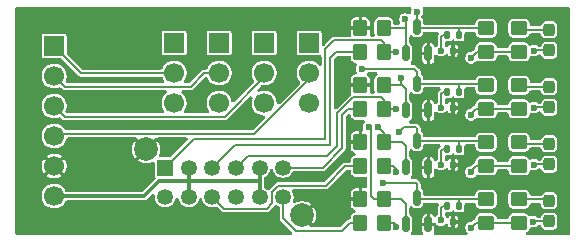
<source format=gbr>
%TF.GenerationSoftware,KiCad,Pcbnew,9.0.6-9.0.6~ubuntu24.04.1*%
%TF.CreationDate,2026-01-17T19:07:13-03:00*%
%TF.ProjectId,cotti_leds,636f7474-695f-46c6-9564-732e6b696361,0.0*%
%TF.SameCoordinates,Original*%
%TF.FileFunction,Copper,L1,Top*%
%TF.FilePolarity,Positive*%
%FSLAX46Y46*%
G04 Gerber Fmt 4.6, Leading zero omitted, Abs format (unit mm)*
G04 Created by KiCad (PCBNEW 9.0.6-9.0.6~ubuntu24.04.1) date 2026-01-17 19:07:13*
%MOMM*%
%LPD*%
G01*
G04 APERTURE LIST*
G04 Aperture macros list*
%AMRoundRect*
0 Rectangle with rounded corners*
0 $1 Rounding radius*
0 $2 $3 $4 $5 $6 $7 $8 $9 X,Y pos of 4 corners*
0 Add a 4 corners polygon primitive as box body*
4,1,4,$2,$3,$4,$5,$6,$7,$8,$9,$2,$3,0*
0 Add four circle primitives for the rounded corners*
1,1,$1+$1,$2,$3*
1,1,$1+$1,$4,$5*
1,1,$1+$1,$6,$7*
1,1,$1+$1,$8,$9*
0 Add four rect primitives between the rounded corners*
20,1,$1+$1,$2,$3,$4,$5,0*
20,1,$1+$1,$4,$5,$6,$7,0*
20,1,$1+$1,$6,$7,$8,$9,0*
20,1,$1+$1,$8,$9,$2,$3,0*%
G04 Aperture macros list end*
%TA.AperFunction,SMDPad,CuDef*%
%ADD10RoundRect,0.250000X0.350000X0.450000X-0.350000X0.450000X-0.350000X-0.450000X0.350000X-0.450000X0*%
%TD*%
%TA.AperFunction,SMDPad,CuDef*%
%ADD11RoundRect,0.250000X0.450000X-0.350000X0.450000X0.350000X-0.450000X0.350000X-0.450000X-0.350000X0*%
%TD*%
%TA.AperFunction,SMDPad,CuDef*%
%ADD12RoundRect,0.250000X-0.350000X-0.450000X0.350000X-0.450000X0.350000X0.450000X-0.350000X0.450000X0*%
%TD*%
%TA.AperFunction,ComponentPad*%
%ADD13R,1.700000X1.700000*%
%TD*%
%TA.AperFunction,ComponentPad*%
%ADD14C,1.700000*%
%TD*%
%TA.AperFunction,SMDPad,CuDef*%
%ADD15RoundRect,0.237500X0.237500X-0.287500X0.237500X0.287500X-0.237500X0.287500X-0.237500X-0.287500X0*%
%TD*%
%TA.AperFunction,SMDPad,CuDef*%
%ADD16RoundRect,0.150000X0.150000X-0.512500X0.150000X0.512500X-0.150000X0.512500X-0.150000X-0.512500X0*%
%TD*%
%TA.AperFunction,SMDPad,CuDef*%
%ADD17RoundRect,0.125000X-0.125000X0.175000X-0.125000X-0.175000X0.125000X-0.175000X0.125000X0.175000X0*%
%TD*%
%TA.AperFunction,ComponentPad*%
%ADD18R,1.350000X1.350000*%
%TD*%
%TA.AperFunction,ComponentPad*%
%ADD19C,1.350000*%
%TD*%
%TA.AperFunction,ComponentPad*%
%ADD20C,2.000000*%
%TD*%
%TA.AperFunction,ViaPad*%
%ADD21C,0.600000*%
%TD*%
%TA.AperFunction,Conductor*%
%ADD22C,0.300000*%
%TD*%
%TA.AperFunction,Conductor*%
%ADD23C,0.200000*%
%TD*%
G04 APERTURE END LIST*
D10*
%TO.P,R8,1*%
%TO.N,/io2_H*%
X140954000Y-103632000D03*
%TO.P,R8,2*%
%TO.N,GND*%
X138954000Y-103632000D03*
%TD*%
D11*
%TO.P,R10,1*%
%TO.N,/vcc2*%
X152400000Y-105648000D03*
%TO.P,R10,2*%
%TO.N,Net-(D2-A)*%
X152400000Y-103648000D03*
%TD*%
D12*
%TO.P,R3,1*%
%TO.N,Net-(R3-Pad1)*%
X138954000Y-110490000D03*
%TO.P,R3,2*%
%TO.N,/vcc3*%
X140954000Y-110490000D03*
%TD*%
%TO.P,R1,1*%
%TO.N,Net-(R1-Pad1)*%
X138954000Y-100838000D03*
%TO.P,R1,2*%
%TO.N,/vcc1*%
X140954000Y-100838000D03*
%TD*%
D11*
%TO.P,R15,1*%
%TO.N,/vcc4*%
X149606000Y-115300000D03*
%TO.P,R15,2*%
%TO.N,/io4_L*%
X149606000Y-113300000D03*
%TD*%
D10*
%TO.P,R5,1*%
%TO.N,/io1_H*%
X140954000Y-98806000D03*
%TO.P,R5,2*%
%TO.N,GND*%
X138954000Y-98806000D03*
%TD*%
D11*
%TO.P,R7,1*%
%TO.N,/vcc1*%
X152400000Y-100822000D03*
%TO.P,R7,2*%
%TO.N,Net-(D1-A)*%
X152400000Y-98822000D03*
%TD*%
%TO.P,R13,1*%
%TO.N,/vcc3*%
X152400000Y-110474000D03*
%TO.P,R13,2*%
%TO.N,Net-(D3-A)*%
X152400000Y-108474000D03*
%TD*%
D13*
%TO.P,J1,1,IO1*%
%TO.N,/io1*%
X113030000Y-100330000D03*
D14*
%TO.P,J1,2,IO2/PWM*%
%TO.N,/io2*%
X113030000Y-102870000D03*
%TO.P,J1,3,IO3*%
%TO.N,/io3*%
X113030000Y-105410000D03*
%TO.P,J1,4,IO4*%
%TO.N,/io4*%
X113030000Y-107950000D03*
%TO.P,J1,5,GND*%
%TO.N,GND*%
X113030000Y-110490000D03*
%TO.P,J1,6,VCC*%
%TO.N,VCC*%
X113030000Y-113030000D03*
%TD*%
D15*
%TO.P,D1,1,K*%
%TO.N,Net-(D1-K)*%
X154940000Y-100697000D03*
%TO.P,D1,2,A*%
%TO.N,Net-(D1-A)*%
X154940000Y-98947000D03*
%TD*%
D12*
%TO.P,R4,1*%
%TO.N,Net-(R4-Pad1)*%
X138954000Y-115316000D03*
%TO.P,R4,2*%
%TO.N,/vcc4*%
X140954000Y-115316000D03*
%TD*%
D13*
%TO.P,JP2,1,A*%
%TO.N,/io2_H*%
X127000000Y-100076000D03*
D14*
%TO.P,JP2,2,C*%
%TO.N,/io2*%
X127000000Y-102616000D03*
%TO.P,JP2,3,B*%
%TO.N,/io2_L*%
X127000000Y-105156000D03*
%TD*%
D16*
%TO.P,Q3,1,G*%
%TO.N,/io2_H*%
X142814000Y-105785500D03*
%TO.P,Q3,2,S*%
%TO.N,GND*%
X144714000Y-105785500D03*
%TO.P,Q3,3,D*%
%TO.N,/io2_L*%
X143764000Y-103510500D03*
%TD*%
%TO.P,Q5,1,G*%
%TO.N,/io3_H*%
X142814000Y-110611500D03*
%TO.P,Q5,2,S*%
%TO.N,GND*%
X144714000Y-110611500D03*
%TO.P,Q5,3,D*%
%TO.N,/io3_L*%
X143764000Y-108336500D03*
%TD*%
D17*
%TO.P,Q2,1,G*%
%TO.N,/io1_L*%
X147312000Y-99426000D03*
%TO.P,Q2,2,S*%
%TO.N,Net-(D1-K)*%
X146312000Y-99426000D03*
%TO.P,Q2,3,D*%
%TO.N,GND*%
X146812000Y-100726000D03*
%TD*%
D18*
%TO.P,SW1,1,A*%
%TO.N,/vcc1*%
X122428000Y-110617000D03*
D19*
%TO.P,SW1,2,B*%
%TO.N,VCC*%
X124428000Y-110617000D03*
%TO.P,SW1,3,C*%
%TO.N,Net-(R1-Pad1)*%
X126428000Y-110617000D03*
%TO.P,SW1,4,A*%
%TO.N,/vcc2*%
X128428000Y-110617000D03*
%TO.P,SW1,5,B*%
%TO.N,VCC*%
X130428000Y-110617000D03*
%TO.P,SW1,6,C*%
%TO.N,Net-(R2-Pad1)*%
X132428000Y-110617000D03*
%TO.P,SW1,7,A*%
%TO.N,/vcc3*%
X122428000Y-113117000D03*
%TO.P,SW1,8,B*%
%TO.N,VCC*%
X124428000Y-113117000D03*
%TO.P,SW1,9,C*%
%TO.N,Net-(R3-Pad1)*%
X126428000Y-113117000D03*
%TO.P,SW1,10,A*%
%TO.N,/vcc4*%
X128428000Y-113117000D03*
%TO.P,SW1,11,B*%
%TO.N,VCC*%
X130428000Y-113117000D03*
%TO.P,SW1,12,C*%
%TO.N,Net-(R4-Pad1)*%
X132428000Y-113117000D03*
D20*
%TO.P,SW1,13,GND*%
%TO.N,GND*%
X120828000Y-109067000D03*
%TO.P,SW1,14,GND*%
X134028000Y-114667000D03*
%TD*%
D10*
%TO.P,R14,1*%
%TO.N,/io4_H*%
X140954000Y-113284000D03*
%TO.P,R14,2*%
%TO.N,GND*%
X138954000Y-113284000D03*
%TD*%
D15*
%TO.P,D2,1,K*%
%TO.N,Net-(D2-K)*%
X154940000Y-105523000D03*
%TO.P,D2,2,A*%
%TO.N,Net-(D2-A)*%
X154940000Y-103773000D03*
%TD*%
D17*
%TO.P,Q8,1,G*%
%TO.N,/io4_L*%
X147312000Y-113904000D03*
%TO.P,Q8,2,S*%
%TO.N,Net-(D4-K)*%
X146312000Y-113904000D03*
%TO.P,Q8,3,D*%
%TO.N,GND*%
X146812000Y-115204000D03*
%TD*%
%TO.P,Q4,1,G*%
%TO.N,/io2_L*%
X147312000Y-104252000D03*
%TO.P,Q4,2,S*%
%TO.N,Net-(D2-K)*%
X146312000Y-104252000D03*
%TO.P,Q4,3,D*%
%TO.N,GND*%
X146812000Y-105552000D03*
%TD*%
D13*
%TO.P,JP3,1,A*%
%TO.N,/io3_H*%
X130810000Y-100076000D03*
D14*
%TO.P,JP3,2,C*%
%TO.N,/io3*%
X130810000Y-102616000D03*
%TO.P,JP3,3,B*%
%TO.N,/io3_L*%
X130810000Y-105156000D03*
%TD*%
D11*
%TO.P,R16,1*%
%TO.N,/vcc4*%
X152400000Y-115300000D03*
%TO.P,R16,2*%
%TO.N,Net-(D4-A)*%
X152400000Y-113300000D03*
%TD*%
%TO.P,R6,1*%
%TO.N,/vcc1*%
X149606000Y-100822000D03*
%TO.P,R6,2*%
%TO.N,/io1_L*%
X149606000Y-98822000D03*
%TD*%
D15*
%TO.P,D3,1,K*%
%TO.N,Net-(D3-K)*%
X154940000Y-110349000D03*
%TO.P,D3,2,A*%
%TO.N,Net-(D3-A)*%
X154940000Y-108599000D03*
%TD*%
D16*
%TO.P,Q1,1,G*%
%TO.N,/io1_H*%
X142814000Y-100959500D03*
%TO.P,Q1,2,S*%
%TO.N,GND*%
X144714000Y-100959500D03*
%TO.P,Q1,3,D*%
%TO.N,/io1_L*%
X143764000Y-98684500D03*
%TD*%
D15*
%TO.P,D4,1,K*%
%TO.N,Net-(D4-K)*%
X154940000Y-115175000D03*
%TO.P,D4,2,A*%
%TO.N,Net-(D4-A)*%
X154940000Y-113425000D03*
%TD*%
D10*
%TO.P,R11,1*%
%TO.N,/io3_H*%
X140954000Y-108458000D03*
%TO.P,R11,2*%
%TO.N,GND*%
X138954000Y-108458000D03*
%TD*%
D12*
%TO.P,R2,1*%
%TO.N,Net-(R2-Pad1)*%
X138954000Y-105664000D03*
%TO.P,R2,2*%
%TO.N,/vcc2*%
X140954000Y-105664000D03*
%TD*%
D17*
%TO.P,Q6,1,G*%
%TO.N,/io3_L*%
X147312000Y-109078000D03*
%TO.P,Q6,2,S*%
%TO.N,Net-(D3-K)*%
X146312000Y-109078000D03*
%TO.P,Q6,3,D*%
%TO.N,GND*%
X146812000Y-110378000D03*
%TD*%
D16*
%TO.P,Q7,1,G*%
%TO.N,/io4_H*%
X142814000Y-115437500D03*
%TO.P,Q7,2,S*%
%TO.N,GND*%
X144714000Y-115437500D03*
%TO.P,Q7,3,D*%
%TO.N,/io4_L*%
X143764000Y-113162500D03*
%TD*%
D11*
%TO.P,R9,1*%
%TO.N,/vcc2*%
X149606000Y-105648000D03*
%TO.P,R9,2*%
%TO.N,/io2_L*%
X149606000Y-103648000D03*
%TD*%
D13*
%TO.P,JP4,1,A*%
%TO.N,/io4_H*%
X134620000Y-100076000D03*
D14*
%TO.P,JP4,2,C*%
%TO.N,/io4*%
X134620000Y-102616000D03*
%TO.P,JP4,3,B*%
%TO.N,/io4_L*%
X134620000Y-105156000D03*
%TD*%
D11*
%TO.P,R12,1*%
%TO.N,/vcc3*%
X149606000Y-110474000D03*
%TO.P,R12,2*%
%TO.N,/io3_L*%
X149606000Y-108474000D03*
%TD*%
D13*
%TO.P,JP1,1,A*%
%TO.N,/io1_H*%
X123190000Y-100076000D03*
D14*
%TO.P,JP1,2,C*%
%TO.N,/io1*%
X123190000Y-102616000D03*
%TO.P,JP1,3,B*%
%TO.N,/io1_L*%
X123190000Y-105156000D03*
%TD*%
D21*
%TO.N,GND*%
X156210000Y-114300000D03*
X134239000Y-111379000D03*
X156210000Y-109474000D03*
X144780000Y-99568000D03*
X144780000Y-114046000D03*
X144780000Y-104394000D03*
X156210000Y-104648000D03*
X144780000Y-109220000D03*
X138430000Y-107188000D03*
X156210000Y-99822000D03*
X137414000Y-102616000D03*
%TO.N,/io1_H*%
X142748000Y-98044000D03*
%TO.N,/io1_L*%
X143764000Y-97409000D03*
%TO.N,/io2_H*%
X142367000Y-102997000D03*
%TO.N,/io2_L*%
X139055083Y-102234832D03*
%TO.N,/io3_L*%
X142240000Y-107569000D03*
%TO.N,/io3_H*%
X140455000Y-107188000D03*
%TO.N,/io4_L*%
X140843000Y-111887000D03*
%TO.N,/io4_H*%
X139654997Y-107188000D03*
%TO.N,/vcc1*%
X142014000Y-100838000D03*
X148336000Y-101311000D03*
%TO.N,/vcc2*%
X148336000Y-106137000D03*
X142014000Y-105664000D03*
%TO.N,/vcc3*%
X142014000Y-110998000D03*
X148336000Y-110998000D03*
%TO.N,/vcc4*%
X142014000Y-115687108D03*
X148336000Y-115697000D03*
%TO.N,Net-(D1-K)*%
X145796000Y-100711000D03*
X153670000Y-100711000D03*
%TO.N,Net-(D2-K)*%
X153670000Y-105537000D03*
X145796000Y-105537000D03*
%TO.N,Net-(D3-K)*%
X153670000Y-110363000D03*
X145796000Y-110363000D03*
%TO.N,Net-(D4-K)*%
X145796000Y-115062000D03*
X153600000Y-115189000D03*
%TD*%
D22*
%TO.N,VCC*%
X124428000Y-111760000D02*
X130428000Y-111760000D01*
X124428000Y-111760000D02*
X124428000Y-110617000D01*
X124428000Y-112014000D02*
X124428000Y-111760000D01*
X121920000Y-111760000D02*
X120650000Y-113030000D01*
X124428000Y-113117000D02*
X124428000Y-112014000D01*
X130428000Y-113117000D02*
X130428000Y-111760000D01*
X120650000Y-113030000D02*
X113030000Y-113030000D01*
X130428000Y-111760000D02*
X130428000Y-110617000D01*
X124428000Y-111760000D02*
X121920000Y-111760000D01*
D23*
%TO.N,Net-(R1-Pad1)*%
X128358400Y-108686600D02*
X136398000Y-108686600D01*
X136398000Y-108686600D02*
X136398000Y-101346000D01*
X126428000Y-110617000D02*
X128358400Y-108686600D01*
X136906000Y-100838000D02*
X138954000Y-100838000D01*
X136398000Y-101346000D02*
X136906000Y-100838000D01*
%TO.N,Net-(R2-Pad1)*%
X137414000Y-106172000D02*
X137922000Y-105664000D01*
X135763000Y-110617000D02*
X137414000Y-108966000D01*
X137414000Y-108966000D02*
X137414000Y-106172000D01*
X132428000Y-110617000D02*
X135763000Y-110617000D01*
X137922000Y-105664000D02*
X138954000Y-105664000D01*
%TO.N,/io1_H*%
X142748000Y-98171000D02*
X142814000Y-98237000D01*
X142814000Y-98237000D02*
X142814000Y-98806000D01*
X142814000Y-98806000D02*
X140954000Y-98806000D01*
X142748000Y-98044000D02*
X142748000Y-98171000D01*
X142814000Y-100959500D02*
X142814000Y-98806000D01*
%TO.N,/io1_L*%
X143764000Y-97409000D02*
X143764000Y-98684500D01*
X149606000Y-98822000D02*
X147320000Y-98822000D01*
X143901500Y-98822000D02*
X143764000Y-98684500D01*
X147312000Y-99426000D02*
X147312000Y-98830000D01*
X147312000Y-98830000D02*
X147320000Y-98822000D01*
X147320000Y-98822000D02*
X143901500Y-98822000D01*
%TO.N,/io1*%
X113030000Y-100330000D02*
X115316000Y-102616000D01*
X115316000Y-102616000D02*
X123190000Y-102616000D01*
X122682000Y-102108000D02*
X123190000Y-102616000D01*
%TO.N,/io2_H*%
X142494000Y-103632000D02*
X142814000Y-103952000D01*
X142367000Y-102997000D02*
X142367000Y-103632000D01*
X142367000Y-103632000D02*
X140954000Y-103632000D01*
X142367000Y-103632000D02*
X142494000Y-103632000D01*
X142814000Y-103952000D02*
X142814000Y-105785500D01*
%TO.N,/io2_L*%
X127000000Y-105918000D02*
X127000000Y-105156000D01*
X147312000Y-104252000D02*
X147312000Y-103518500D01*
X147320000Y-103510500D02*
X149468500Y-103510500D01*
X147312000Y-103518500D02*
X147320000Y-103510500D01*
X139055083Y-102234832D02*
X143509832Y-102234832D01*
X143509832Y-102234832D02*
X143764000Y-102489000D01*
X143764000Y-103510500D02*
X147320000Y-103510500D01*
X149468500Y-103510500D02*
X149606000Y-103648000D01*
X143764000Y-102489000D02*
X143764000Y-103510500D01*
%TO.N,/io2*%
X125730000Y-102616000D02*
X127000000Y-102616000D01*
X113030000Y-102870000D02*
X113927000Y-103767000D01*
X113927000Y-103767000D02*
X124579000Y-103767000D01*
X124579000Y-103767000D02*
X125730000Y-102616000D01*
%TO.N,/io3*%
X130810000Y-102973760D02*
X127464760Y-106319000D01*
X130810000Y-102616000D02*
X130810000Y-102973760D01*
X113939000Y-106319000D02*
X113030000Y-105410000D01*
X127464760Y-106319000D02*
X113939000Y-106319000D01*
%TO.N,/io3_L*%
X147320000Y-108336500D02*
X149468500Y-108336500D01*
X142240000Y-107569000D02*
X142621000Y-107188000D01*
X142621000Y-107188000D02*
X143637000Y-107188000D01*
X143637000Y-107188000D02*
X143764000Y-107315000D01*
X149468500Y-108336500D02*
X149606000Y-108474000D01*
X143764000Y-108336500D02*
X147320000Y-108336500D01*
X143764000Y-107315000D02*
X143764000Y-108336500D01*
X147312000Y-108344500D02*
X147320000Y-108336500D01*
X147312000Y-109078000D02*
X147312000Y-108344500D01*
%TO.N,/io3_H*%
X142494000Y-108458000D02*
X140954000Y-108458000D01*
X142814000Y-110611500D02*
X142814000Y-108778000D01*
X140954000Y-107687000D02*
X140954000Y-108458000D01*
X140455000Y-107188000D02*
X140954000Y-107687000D01*
X142814000Y-108778000D02*
X142494000Y-108458000D01*
%TO.N,/io4_L*%
X143764000Y-112014000D02*
X143764000Y-113162500D01*
X143901500Y-113300000D02*
X143764000Y-113162500D01*
X149606000Y-113300000D02*
X147320000Y-113300000D01*
X143637000Y-111887000D02*
X143764000Y-112014000D01*
X147320000Y-113300000D02*
X143901500Y-113300000D01*
X147320000Y-113300000D02*
X147312000Y-113308000D01*
X140843000Y-111887000D02*
X143637000Y-111887000D01*
X147312000Y-113308000D02*
X147312000Y-113904000D01*
%TO.N,/io4*%
X113214000Y-107766000D02*
X129978000Y-107766000D01*
X113030000Y-107950000D02*
X113214000Y-107766000D01*
X129978000Y-107766000D02*
X134620000Y-103124000D01*
X134620000Y-103124000D02*
X134620000Y-102616000D01*
%TO.N,/io4_H*%
X140954000Y-113284000D02*
X140081000Y-113284000D01*
X142367000Y-113284000D02*
X142814000Y-113731000D01*
X140081000Y-113284000D02*
X139855000Y-113058000D01*
X139855000Y-113058000D02*
X139855000Y-107388003D01*
X139855000Y-107388003D02*
X139654997Y-107188000D01*
X140954000Y-113284000D02*
X142367000Y-113284000D01*
X142814000Y-113731000D02*
X142814000Y-115437500D01*
%TO.N,Net-(R3-Pad1)*%
X131452000Y-112712727D02*
X132023727Y-112141000D01*
X131017000Y-114093000D02*
X131452000Y-113658000D01*
X136017000Y-112141000D02*
X137668000Y-110490000D01*
X132023727Y-112141000D02*
X136017000Y-112141000D01*
X126428000Y-113117000D02*
X126428000Y-113093000D01*
X137668000Y-110490000D02*
X138954000Y-110490000D01*
X131452000Y-113658000D02*
X131452000Y-112712727D01*
X126428000Y-113117000D02*
X127404000Y-114093000D01*
X127404000Y-114093000D02*
X131017000Y-114093000D01*
%TO.N,/vcc1*%
X148809000Y-100838000D02*
X149590000Y-100838000D01*
X140954000Y-100060000D02*
X140954000Y-100838000D01*
X140731000Y-99837000D02*
X140954000Y-100060000D01*
X149590000Y-100838000D02*
X149606000Y-100822000D01*
X136764000Y-99837000D02*
X140731000Y-99837000D01*
X135997000Y-100604000D02*
X136764000Y-99837000D01*
X124841000Y-108204000D02*
X135997000Y-108204000D01*
X135997000Y-108204000D02*
X135997000Y-100604000D01*
X140954000Y-100838000D02*
X142014000Y-100838000D01*
X152400000Y-100822000D02*
X149606000Y-100822000D01*
X148336000Y-101311000D02*
X148809000Y-100838000D01*
X122428000Y-110617000D02*
X124841000Y-108204000D01*
%TO.N,/vcc2*%
X148336000Y-106137000D02*
X148336000Y-106045000D01*
X152400000Y-105648000D02*
X149606000Y-105648000D01*
X136171900Y-109641000D02*
X137013000Y-108799900D01*
X129404000Y-109641000D02*
X136171900Y-109641000D01*
X140731000Y-104663000D02*
X140954000Y-104886000D01*
X140954000Y-105664000D02*
X142014000Y-105664000D01*
X128428000Y-110617000D02*
X129404000Y-109641000D01*
X138355900Y-104663000D02*
X140731000Y-104663000D01*
X148336000Y-106045000D02*
X148733000Y-105648000D01*
X137013000Y-106005900D02*
X138355900Y-104663000D01*
X137013000Y-108799900D02*
X137013000Y-106005900D01*
X140954000Y-104886000D02*
X140954000Y-105664000D01*
X148733000Y-105648000D02*
X149606000Y-105648000D01*
%TO.N,Net-(R4-Pad1)*%
X132428000Y-114906892D02*
X133489108Y-115968000D01*
X137397000Y-115968000D02*
X138049000Y-115316000D01*
X138049000Y-115316000D02*
X138954000Y-115316000D01*
X133489108Y-115968000D02*
X137397000Y-115968000D01*
X132428000Y-113117000D02*
X132428000Y-113063000D01*
X132428000Y-113117000D02*
X132428000Y-114906892D01*
%TO.N,Net-(D1-A)*%
X154940000Y-98947000D02*
X152525000Y-98947000D01*
X152525000Y-98947000D02*
X152400000Y-98822000D01*
%TO.N,/vcc3*%
X141732000Y-110490000D02*
X142014000Y-110772000D01*
X152400000Y-110474000D02*
X149606000Y-110474000D01*
X148336000Y-110871000D02*
X148733000Y-110474000D01*
X148733000Y-110474000D02*
X149606000Y-110474000D01*
X142014000Y-110772000D02*
X142014000Y-110998000D01*
X148336000Y-110998000D02*
X148336000Y-110871000D01*
X140954000Y-110490000D02*
X141732000Y-110490000D01*
%TO.N,/vcc4*%
X148336000Y-115697000D02*
X148717000Y-115316000D01*
X142014000Y-115471000D02*
X142014000Y-115687108D01*
X140954000Y-115316000D02*
X141859000Y-115316000D01*
X149590000Y-115316000D02*
X149606000Y-115300000D01*
X148717000Y-115316000D02*
X149590000Y-115316000D01*
X149606000Y-115300000D02*
X152400000Y-115300000D01*
X141859000Y-115316000D02*
X142014000Y-115471000D01*
X128428000Y-112934000D02*
X128428000Y-113117000D01*
%TO.N,Net-(D1-K)*%
X153684000Y-100697000D02*
X153670000Y-100711000D01*
X145938000Y-99426000D02*
X146312000Y-99426000D01*
X145796000Y-100711000D02*
X145796000Y-99568000D01*
X154940000Y-100697000D02*
X153684000Y-100697000D01*
X145796000Y-99568000D02*
X145938000Y-99426000D01*
%TO.N,Net-(D2-K)*%
X154940000Y-105523000D02*
X153684000Y-105523000D01*
X145796000Y-104394000D02*
X145938000Y-104252000D01*
X145938000Y-104252000D02*
X146312000Y-104252000D01*
X145796000Y-105537000D02*
X145796000Y-104394000D01*
X153684000Y-105523000D02*
X153670000Y-105537000D01*
%TO.N,Net-(D2-A)*%
X152525000Y-103773000D02*
X152400000Y-103648000D01*
X154940000Y-103773000D02*
X152525000Y-103773000D01*
%TO.N,Net-(D3-K)*%
X145796000Y-109220000D02*
X145938000Y-109078000D01*
X153684000Y-110349000D02*
X153670000Y-110363000D01*
X154940000Y-110349000D02*
X153684000Y-110349000D01*
X145938000Y-109078000D02*
X146312000Y-109078000D01*
X145796000Y-110363000D02*
X145796000Y-109220000D01*
%TO.N,Net-(D3-A)*%
X154940000Y-108599000D02*
X152525000Y-108599000D01*
X152525000Y-108599000D02*
X152400000Y-108474000D01*
%TO.N,Net-(D4-K)*%
X153614000Y-115175000D02*
X153600000Y-115189000D01*
X145796000Y-115062000D02*
X145796000Y-114046000D01*
X145938000Y-113904000D02*
X146312000Y-113904000D01*
X145796000Y-114046000D02*
X145938000Y-113904000D01*
X154940000Y-115175000D02*
X153614000Y-115175000D01*
%TO.N,Net-(D4-A)*%
X154815000Y-113300000D02*
X154940000Y-113425000D01*
X152400000Y-113300000D02*
X154815000Y-113300000D01*
%TD*%
%TA.AperFunction,Conductor*%
%TO.N,GND*%
G36*
X156569095Y-97027907D02*
G01*
X156643580Y-97047915D01*
X156698084Y-97102487D01*
X156718000Y-97176907D01*
X156718000Y-116182907D01*
X156698038Y-116257407D01*
X156643500Y-116311945D01*
X156569000Y-116331907D01*
X156568908Y-116331907D01*
X153139492Y-116329785D01*
X153065004Y-116309777D01*
X153010500Y-116255205D01*
X152990584Y-116180693D01*
X153010592Y-116106205D01*
X153055397Y-116061455D01*
X153053898Y-116059424D01*
X153128569Y-116004314D01*
X153172150Y-115972150D01*
X153252793Y-115862882D01*
X153286714Y-115765938D01*
X153330162Y-115702214D01*
X153399651Y-115668749D01*
X153465914Y-115671227D01*
X153534108Y-115689500D01*
X153665892Y-115689500D01*
X153793186Y-115655392D01*
X153907314Y-115589500D01*
X153977674Y-115519139D01*
X153994659Y-115509333D01*
X154008531Y-115495462D01*
X154027479Y-115490384D01*
X154044467Y-115480577D01*
X154083031Y-115475500D01*
X154137288Y-115475500D01*
X154211788Y-115495462D01*
X154266326Y-115550000D01*
X154277925Y-115575284D01*
X154291497Y-115614071D01*
X154310884Y-115669476D01*
X154389287Y-115775709D01*
X154389290Y-115775712D01*
X154495522Y-115854115D01*
X154495525Y-115854116D01*
X154620151Y-115897725D01*
X154649744Y-115900500D01*
X154649752Y-115900500D01*
X155230248Y-115900500D01*
X155230256Y-115900500D01*
X155259849Y-115897725D01*
X155384475Y-115854116D01*
X155384475Y-115854115D01*
X155384477Y-115854115D01*
X155438934Y-115813924D01*
X155490711Y-115775711D01*
X155543439Y-115704266D01*
X155569115Y-115669477D01*
X155569807Y-115667500D01*
X155612725Y-115544849D01*
X155615500Y-115515256D01*
X155615500Y-114834744D01*
X155612725Y-114805151D01*
X155569116Y-114680525D01*
X155569115Y-114680523D01*
X155569115Y-114680522D01*
X155490712Y-114574290D01*
X155490709Y-114574287D01*
X155384477Y-114495884D01*
X155324299Y-114474827D01*
X155259849Y-114452275D01*
X155259846Y-114452274D01*
X155259844Y-114452274D01*
X155230264Y-114449500D01*
X155230256Y-114449500D01*
X154649744Y-114449500D01*
X154649735Y-114449500D01*
X154620155Y-114452274D01*
X154620152Y-114452274D01*
X154620151Y-114452275D01*
X154585787Y-114464299D01*
X154495522Y-114495884D01*
X154389290Y-114574287D01*
X154389287Y-114574290D01*
X154310884Y-114680523D01*
X154296158Y-114722608D01*
X154289769Y-114740869D01*
X154277927Y-114774711D01*
X154269978Y-114786369D01*
X154266326Y-114800000D01*
X154248600Y-114817725D01*
X154234479Y-114838438D01*
X154221765Y-114844560D01*
X154211788Y-114854538D01*
X154187573Y-114861026D01*
X154164989Y-114871902D01*
X154137288Y-114874500D01*
X154055032Y-114874500D01*
X153980532Y-114854538D01*
X153949674Y-114830860D01*
X153929677Y-114810863D01*
X153907314Y-114788500D01*
X153907311Y-114788498D01*
X153907310Y-114788497D01*
X153818318Y-114737118D01*
X153793186Y-114722608D01*
X153665892Y-114688500D01*
X153534108Y-114688500D01*
X153406809Y-114722609D01*
X153406610Y-114722725D01*
X153406387Y-114722784D01*
X153397789Y-114726346D01*
X153397319Y-114725213D01*
X153332109Y-114742682D01*
X153257610Y-114722715D01*
X153212234Y-114682161D01*
X153172151Y-114627851D01*
X153172148Y-114627848D01*
X153062883Y-114547207D01*
X152991899Y-114522369D01*
X152934699Y-114502354D01*
X152934697Y-114502353D01*
X152934695Y-114502353D01*
X152904275Y-114499500D01*
X152904266Y-114499500D01*
X151895734Y-114499500D01*
X151895724Y-114499500D01*
X151865304Y-114502353D01*
X151737116Y-114547207D01*
X151627851Y-114627848D01*
X151627848Y-114627851D01*
X151547207Y-114737116D01*
X151502353Y-114865304D01*
X151500418Y-114874162D01*
X151498938Y-114873838D01*
X151475608Y-114936720D01*
X151416217Y-114985929D01*
X151354088Y-114999500D01*
X150651912Y-114999500D01*
X150577412Y-114979538D01*
X150522874Y-114925000D01*
X150506600Y-114873939D01*
X150505582Y-114874162D01*
X150503646Y-114865304D01*
X150503646Y-114865301D01*
X150458793Y-114737118D01*
X150456862Y-114734502D01*
X150378151Y-114627851D01*
X150378148Y-114627848D01*
X150268883Y-114547207D01*
X150197899Y-114522369D01*
X150140699Y-114502354D01*
X150140697Y-114502353D01*
X150140695Y-114502353D01*
X150110275Y-114499500D01*
X150110266Y-114499500D01*
X149101734Y-114499500D01*
X149101724Y-114499500D01*
X149071304Y-114502353D01*
X148943116Y-114547207D01*
X148833851Y-114627848D01*
X148833848Y-114627851D01*
X148753207Y-114737116D01*
X148708353Y-114865304D01*
X148705500Y-114895724D01*
X148705337Y-114899221D01*
X148704023Y-114899159D01*
X148685538Y-114968149D01*
X148645468Y-115013172D01*
X148622599Y-115030194D01*
X148601011Y-115035979D01*
X148560202Y-115059540D01*
X148532489Y-115075540D01*
X148447487Y-115160540D01*
X148438779Y-115167023D01*
X148412687Y-115177386D01*
X148388375Y-115191423D01*
X148371880Y-115193594D01*
X148367098Y-115195494D01*
X148362533Y-115194825D01*
X148349811Y-115196500D01*
X148270108Y-115196500D01*
X148142814Y-115230608D01*
X148142812Y-115230608D01*
X148142812Y-115230609D01*
X148028689Y-115296497D01*
X147935497Y-115389689D01*
X147886073Y-115475295D01*
X147869608Y-115503814D01*
X147858614Y-115544844D01*
X147835500Y-115631106D01*
X147835500Y-115762893D01*
X147838934Y-115775709D01*
X147869608Y-115890186D01*
X147894623Y-115933514D01*
X147935497Y-116004310D01*
X147935498Y-116004311D01*
X147935500Y-116004314D01*
X148003369Y-116072183D01*
X148041932Y-116138976D01*
X148041932Y-116216104D01*
X148003368Y-116282899D01*
X147936573Y-116321463D01*
X147897917Y-116326540D01*
X145308891Y-116324938D01*
X145234403Y-116304930D01*
X145179899Y-116250358D01*
X145159983Y-116175846D01*
X145175123Y-116110498D01*
X145204087Y-116051250D01*
X145204088Y-116051246D01*
X145213999Y-115983227D01*
X145214000Y-115983217D01*
X145214000Y-115605344D01*
X145197698Y-115587500D01*
X144214001Y-115587500D01*
X144214001Y-115983214D01*
X144214002Y-115983230D01*
X144223912Y-116051250D01*
X144252516Y-116109761D01*
X144267303Y-116185458D01*
X144242259Y-116258407D01*
X144184096Y-116309061D01*
X144118564Y-116324201D01*
X143410021Y-116323762D01*
X143335533Y-116303754D01*
X143281029Y-116249182D01*
X143261113Y-116174670D01*
X143276251Y-116109325D01*
X143304573Y-116051393D01*
X143314500Y-115983260D01*
X143314500Y-114891772D01*
X144214000Y-114891772D01*
X144214000Y-115287500D01*
X144564000Y-115287500D01*
X144564000Y-114574999D01*
X144563999Y-114574999D01*
X144530778Y-114575000D01*
X144462749Y-114584912D01*
X144357812Y-114636212D01*
X144275212Y-114718812D01*
X144223912Y-114823749D01*
X144223911Y-114823753D01*
X144214000Y-114891772D01*
X143314500Y-114891772D01*
X143314500Y-114891740D01*
X143311906Y-114873939D01*
X143304573Y-114823606D01*
X143304573Y-114823605D01*
X143253199Y-114718518D01*
X143161753Y-114627072D01*
X143164051Y-114624773D01*
X143127886Y-114580859D01*
X143114500Y-114519134D01*
X143114500Y-114030899D01*
X143134462Y-113956399D01*
X143189000Y-113901861D01*
X143263500Y-113881899D01*
X143338000Y-113901861D01*
X143368859Y-113925540D01*
X143407518Y-113964199D01*
X143512605Y-114015573D01*
X143580731Y-114025499D01*
X143580737Y-114025499D01*
X143580740Y-114025500D01*
X143580741Y-114025500D01*
X143947259Y-114025500D01*
X143947260Y-114025500D01*
X143947263Y-114025499D01*
X143947268Y-114025499D01*
X144015393Y-114015573D01*
X144015394Y-114015573D01*
X144120481Y-113964199D01*
X144120481Y-113964198D01*
X144120483Y-113964198D01*
X144203198Y-113881483D01*
X144212291Y-113862883D01*
X144254573Y-113776394D01*
X144254573Y-113776393D01*
X144261622Y-113728017D01*
X144292117Y-113657173D01*
X144353949Y-113611069D01*
X144409065Y-113600500D01*
X145456811Y-113600500D01*
X145531311Y-113620462D01*
X145585849Y-113675000D01*
X145605811Y-113749500D01*
X145585849Y-113824000D01*
X145562170Y-113854859D01*
X145555540Y-113861488D01*
X145515979Y-113930011D01*
X145495500Y-114006437D01*
X145495500Y-114592968D01*
X145490423Y-114611915D01*
X145490423Y-114631532D01*
X145480615Y-114648519D01*
X145475538Y-114667468D01*
X145451860Y-114698326D01*
X145391825Y-114758361D01*
X145325030Y-114796925D01*
X145247902Y-114796925D01*
X145181107Y-114758361D01*
X145160015Y-114728820D01*
X145159961Y-114728860D01*
X145152786Y-114718811D01*
X145070187Y-114636212D01*
X144965250Y-114584912D01*
X144965246Y-114584911D01*
X144897227Y-114575000D01*
X144864000Y-114575000D01*
X144864000Y-115287500D01*
X145262239Y-115287500D01*
X145293113Y-115295772D01*
X145308414Y-115296464D01*
X145317594Y-115302332D01*
X145336739Y-115307462D01*
X145356442Y-115327163D01*
X145373400Y-115338003D01*
X145384330Y-115349967D01*
X145395500Y-115369314D01*
X145488686Y-115462500D01*
X145488688Y-115462501D01*
X145488689Y-115462502D01*
X145511203Y-115475500D01*
X145602814Y-115528392D01*
X145730108Y-115562500D01*
X145861892Y-115562500D01*
X145989186Y-115528392D01*
X146103314Y-115462500D01*
X146132907Y-115432906D01*
X146199699Y-115394343D01*
X146276827Y-115394342D01*
X146343622Y-115432905D01*
X146373305Y-115475295D01*
X146416666Y-115568285D01*
X146416670Y-115568290D01*
X146497709Y-115649329D01*
X146497714Y-115649333D01*
X146601583Y-115697767D01*
X146601587Y-115697768D01*
X146648912Y-115703999D01*
X146962000Y-115703999D01*
X146975081Y-115703999D01*
X146975082Y-115703998D01*
X147022414Y-115697768D01*
X147126285Y-115649333D01*
X147126290Y-115649329D01*
X147207329Y-115568290D01*
X147207333Y-115568285D01*
X147255767Y-115464416D01*
X147255769Y-115464412D01*
X147261999Y-115417087D01*
X147262000Y-115417085D01*
X147262000Y-115354000D01*
X146962000Y-115354000D01*
X146962000Y-115703999D01*
X146648912Y-115703999D01*
X146661999Y-115703998D01*
X146662000Y-115703998D01*
X146662000Y-115054000D01*
X146962000Y-115054000D01*
X147261999Y-115054000D01*
X147261999Y-114990918D01*
X147261998Y-114990917D01*
X147255768Y-114943585D01*
X147207333Y-114839714D01*
X147207329Y-114839709D01*
X147126290Y-114758670D01*
X147126285Y-114758666D01*
X147022416Y-114710232D01*
X147022412Y-114710230D01*
X146975087Y-114704000D01*
X146962000Y-114704000D01*
X146962000Y-115054000D01*
X146662000Y-115054000D01*
X146662000Y-114704000D01*
X146661999Y-114703999D01*
X146648923Y-114704000D01*
X146648914Y-114704001D01*
X146601585Y-114710231D01*
X146497714Y-114758666D01*
X146497709Y-114758670D01*
X146445514Y-114810865D01*
X146378719Y-114849428D01*
X146301591Y-114849428D01*
X146234796Y-114810863D01*
X146226128Y-114801415D01*
X146217680Y-114791371D01*
X146196500Y-114754686D01*
X146135601Y-114693787D01*
X146131472Y-114688878D01*
X146117756Y-114659556D01*
X146101577Y-114631531D01*
X146100373Y-114622392D01*
X146098794Y-114619015D01*
X146099243Y-114613806D01*
X146096500Y-114592968D01*
X146096500Y-114553499D01*
X146116462Y-114478999D01*
X146171000Y-114424461D01*
X146245497Y-114404499D01*
X146475138Y-114404499D01*
X146522545Y-114398259D01*
X146626579Y-114349747D01*
X146706641Y-114269685D01*
X146773436Y-114231121D01*
X146850564Y-114231121D01*
X146917359Y-114269685D01*
X146997421Y-114349747D01*
X147101452Y-114398258D01*
X147101453Y-114398258D01*
X147101455Y-114398259D01*
X147148861Y-114404500D01*
X147475138Y-114404499D01*
X147522545Y-114398259D01*
X147626579Y-114349747D01*
X147707747Y-114268579D01*
X147756259Y-114164545D01*
X147762500Y-114117139D01*
X147762499Y-113749499D01*
X147782461Y-113675000D01*
X147836999Y-113620462D01*
X147911499Y-113600500D01*
X148560088Y-113600500D01*
X148634588Y-113620462D01*
X148689126Y-113675000D01*
X148705399Y-113726060D01*
X148706418Y-113725838D01*
X148708353Y-113734695D01*
X148708353Y-113734697D01*
X148708354Y-113734699D01*
X148722102Y-113773989D01*
X148753207Y-113862883D01*
X148833848Y-113972148D01*
X148833851Y-113972151D01*
X148943116Y-114052792D01*
X148943117Y-114052792D01*
X148943118Y-114052793D01*
X149071301Y-114097646D01*
X149101734Y-114100500D01*
X149101741Y-114100500D01*
X150110259Y-114100500D01*
X150110266Y-114100500D01*
X150140699Y-114097646D01*
X150268882Y-114052793D01*
X150378150Y-113972150D01*
X150458793Y-113862882D01*
X150503646Y-113734699D01*
X150506500Y-113704266D01*
X150506500Y-112895734D01*
X150506499Y-112895724D01*
X151499500Y-112895724D01*
X151499500Y-113704275D01*
X151502353Y-113734695D01*
X151502353Y-113734697D01*
X151502354Y-113734699D01*
X151516102Y-113773989D01*
X151547207Y-113862883D01*
X151627848Y-113972148D01*
X151627851Y-113972151D01*
X151737116Y-114052792D01*
X151737117Y-114052792D01*
X151737118Y-114052793D01*
X151865301Y-114097646D01*
X151895734Y-114100500D01*
X151895741Y-114100500D01*
X152904259Y-114100500D01*
X152904266Y-114100500D01*
X152934699Y-114097646D01*
X153062882Y-114052793D01*
X153172150Y-113972150D01*
X153252793Y-113862882D01*
X153297646Y-113734699D01*
X153297646Y-113734691D01*
X153299582Y-113725838D01*
X153301061Y-113726161D01*
X153324392Y-113663280D01*
X153383783Y-113614071D01*
X153445912Y-113600500D01*
X154115500Y-113600500D01*
X154190000Y-113620462D01*
X154244538Y-113675000D01*
X154264500Y-113749500D01*
X154264500Y-113765264D01*
X154267274Y-113794844D01*
X154267274Y-113794846D01*
X154267275Y-113794849D01*
X154282041Y-113837047D01*
X154310884Y-113919477D01*
X154389287Y-114025709D01*
X154389290Y-114025712D01*
X154495522Y-114104115D01*
X154495525Y-114104116D01*
X154620151Y-114147725D01*
X154649744Y-114150500D01*
X154649752Y-114150500D01*
X155230248Y-114150500D01*
X155230256Y-114150500D01*
X155259849Y-114147725D01*
X155384475Y-114104116D01*
X155384475Y-114104115D01*
X155384477Y-114104115D01*
X155454017Y-114052792D01*
X155490711Y-114025711D01*
X155532717Y-113968794D01*
X155569115Y-113919477D01*
X155575279Y-113901861D01*
X155612725Y-113794849D01*
X155615500Y-113765256D01*
X155615500Y-113084744D01*
X155612725Y-113055151D01*
X155569116Y-112930525D01*
X155569115Y-112930522D01*
X155490712Y-112824290D01*
X155490709Y-112824287D01*
X155384477Y-112745884D01*
X155320740Y-112723582D01*
X155259849Y-112702275D01*
X155259846Y-112702274D01*
X155259844Y-112702274D01*
X155230264Y-112699500D01*
X155230256Y-112699500D01*
X154649744Y-112699500D01*
X154649735Y-112699500D01*
X154620155Y-112702274D01*
X154620152Y-112702274D01*
X154620151Y-112702275D01*
X154585787Y-112714299D01*
X154495522Y-112745884D01*
X154389290Y-112824287D01*
X154389287Y-112824290D01*
X154304644Y-112938979D01*
X154244343Y-112987068D01*
X154184759Y-112999500D01*
X153445912Y-112999500D01*
X153371412Y-112979538D01*
X153316874Y-112925000D01*
X153300600Y-112873939D01*
X153299582Y-112874162D01*
X153297646Y-112865304D01*
X153297646Y-112865301D01*
X153252793Y-112737118D01*
X153227077Y-112702274D01*
X153172151Y-112627851D01*
X153172148Y-112627848D01*
X153062883Y-112547207D01*
X152995102Y-112523490D01*
X152934699Y-112502354D01*
X152934697Y-112502353D01*
X152934695Y-112502353D01*
X152904275Y-112499500D01*
X152904266Y-112499500D01*
X151895734Y-112499500D01*
X151895724Y-112499500D01*
X151865304Y-112502353D01*
X151737116Y-112547207D01*
X151627851Y-112627848D01*
X151627848Y-112627851D01*
X151547207Y-112737116D01*
X151502353Y-112865304D01*
X151499500Y-112895724D01*
X150506499Y-112895724D01*
X150503646Y-112865301D01*
X150458793Y-112737118D01*
X150433077Y-112702274D01*
X150378151Y-112627851D01*
X150378148Y-112627848D01*
X150268883Y-112547207D01*
X150201102Y-112523490D01*
X150140699Y-112502354D01*
X150140697Y-112502353D01*
X150140695Y-112502353D01*
X150110275Y-112499500D01*
X150110266Y-112499500D01*
X149101734Y-112499500D01*
X149101724Y-112499500D01*
X149071304Y-112502353D01*
X148943116Y-112547207D01*
X148833851Y-112627848D01*
X148833848Y-112627851D01*
X148753207Y-112737116D01*
X148708353Y-112865304D01*
X148706418Y-112874162D01*
X148704938Y-112873838D01*
X148681608Y-112936720D01*
X148622217Y-112985929D01*
X148560088Y-112999500D01*
X144413500Y-112999500D01*
X144339000Y-112979538D01*
X144284462Y-112925000D01*
X144264500Y-112850500D01*
X144264500Y-112616741D01*
X144264499Y-112616731D01*
X144254573Y-112548606D01*
X144254573Y-112548605D01*
X144203199Y-112443518D01*
X144111753Y-112352072D01*
X144114051Y-112349773D01*
X144077886Y-112305859D01*
X144064500Y-112244134D01*
X144064500Y-111974442D01*
X144064500Y-111974438D01*
X144044021Y-111898011D01*
X144004460Y-111829489D01*
X143948511Y-111773540D01*
X143821511Y-111646540D01*
X143812066Y-111641087D01*
X143812064Y-111641085D01*
X143752990Y-111606979D01*
X143676562Y-111586500D01*
X143356899Y-111586500D01*
X143282399Y-111566538D01*
X143227861Y-111512000D01*
X143207899Y-111437500D01*
X143227861Y-111363000D01*
X143251540Y-111332141D01*
X143251706Y-111331975D01*
X143253198Y-111330483D01*
X143269547Y-111297041D01*
X143304573Y-111225394D01*
X143304573Y-111225393D01*
X143314499Y-111157268D01*
X143314500Y-111157258D01*
X143314500Y-111157214D01*
X144214001Y-111157214D01*
X144214002Y-111157230D01*
X144223912Y-111225250D01*
X144275212Y-111330187D01*
X144357812Y-111412787D01*
X144462749Y-111464087D01*
X144462753Y-111464088D01*
X144530777Y-111473999D01*
X144564000Y-111473998D01*
X144564000Y-110761500D01*
X144214001Y-110761500D01*
X144214001Y-111157214D01*
X143314500Y-111157214D01*
X143314500Y-110065772D01*
X144214000Y-110065772D01*
X144214000Y-110461500D01*
X144564000Y-110461500D01*
X144564000Y-109748999D01*
X144563999Y-109748999D01*
X144530778Y-109749000D01*
X144462749Y-109758912D01*
X144357812Y-109810212D01*
X144275212Y-109892812D01*
X144223912Y-109997749D01*
X144223911Y-109997753D01*
X144214000Y-110065772D01*
X143314500Y-110065772D01*
X143314500Y-110065741D01*
X143314499Y-110065731D01*
X143304573Y-109997606D01*
X143304573Y-109997605D01*
X143253199Y-109892518D01*
X143161753Y-109801072D01*
X143164051Y-109798773D01*
X143127886Y-109754859D01*
X143114500Y-109693134D01*
X143114500Y-109204899D01*
X143134462Y-109130399D01*
X143189000Y-109075861D01*
X143263500Y-109055899D01*
X143338000Y-109075861D01*
X143368859Y-109099540D01*
X143407518Y-109138199D01*
X143512605Y-109189573D01*
X143580731Y-109199499D01*
X143580737Y-109199499D01*
X143580740Y-109199500D01*
X143580741Y-109199500D01*
X143947259Y-109199500D01*
X143947260Y-109199500D01*
X143947263Y-109199499D01*
X143947268Y-109199499D01*
X144015393Y-109189573D01*
X144015394Y-109189573D01*
X144120481Y-109138199D01*
X144120481Y-109138198D01*
X144120483Y-109138198D01*
X144203198Y-109055483D01*
X144212291Y-109036883D01*
X144254573Y-108950394D01*
X144254573Y-108950393D01*
X144264499Y-108882268D01*
X144264500Y-108882258D01*
X144264500Y-108786000D01*
X144284462Y-108711500D01*
X144339000Y-108656962D01*
X144413500Y-108637000D01*
X145594311Y-108637000D01*
X145668811Y-108656962D01*
X145723349Y-108711500D01*
X145743311Y-108786000D01*
X145723349Y-108860500D01*
X145699670Y-108891359D01*
X145555540Y-109035488D01*
X145515979Y-109104011D01*
X145495500Y-109180437D01*
X145495500Y-109893968D01*
X145490422Y-109912917D01*
X145490422Y-109932536D01*
X145480614Y-109949521D01*
X145475538Y-109968468D01*
X145451858Y-109999327D01*
X145451856Y-109999330D01*
X145433522Y-110017663D01*
X145366726Y-110056225D01*
X145289598Y-110056223D01*
X145222804Y-110017657D01*
X145194306Y-109977741D01*
X145152787Y-109892812D01*
X145070187Y-109810212D01*
X144965250Y-109758912D01*
X144965246Y-109758911D01*
X144897227Y-109749000D01*
X144864000Y-109749000D01*
X144864000Y-111473999D01*
X144897214Y-111473999D01*
X144897230Y-111473997D01*
X144965250Y-111464087D01*
X145070187Y-111412787D01*
X145152787Y-111330187D01*
X145204087Y-111225250D01*
X145204088Y-111225246D01*
X145213999Y-111157227D01*
X145213999Y-110932106D01*
X147835500Y-110932106D01*
X147835500Y-110932108D01*
X147835500Y-111063892D01*
X147869608Y-111191186D01*
X147889358Y-111225394D01*
X147935497Y-111305310D01*
X147935498Y-111305311D01*
X147935500Y-111305314D01*
X148028686Y-111398500D01*
X148028688Y-111398501D01*
X148028689Y-111398502D01*
X148053432Y-111412787D01*
X148142814Y-111464392D01*
X148270108Y-111498500D01*
X148401892Y-111498500D01*
X148529186Y-111464392D01*
X148643314Y-111398500D01*
X148736500Y-111305314D01*
X148747776Y-111285782D01*
X148802313Y-111231244D01*
X148876813Y-111211281D01*
X148931932Y-111224950D01*
X148932578Y-111223105D01*
X148943118Y-111226793D01*
X149071301Y-111271646D01*
X149101734Y-111274500D01*
X149101741Y-111274500D01*
X150110259Y-111274500D01*
X150110266Y-111274500D01*
X150140699Y-111271646D01*
X150268882Y-111226793D01*
X150378150Y-111146150D01*
X150458793Y-111036882D01*
X150503646Y-110908699D01*
X150503646Y-110908691D01*
X150505582Y-110899838D01*
X150507061Y-110900161D01*
X150530392Y-110837280D01*
X150589783Y-110788071D01*
X150651912Y-110774500D01*
X151354088Y-110774500D01*
X151428588Y-110794462D01*
X151483126Y-110849000D01*
X151499399Y-110900060D01*
X151500418Y-110899838D01*
X151502353Y-110908695D01*
X151502353Y-110908697D01*
X151502354Y-110908699D01*
X151516704Y-110949709D01*
X151547207Y-111036883D01*
X151627848Y-111146148D01*
X151627851Y-111146151D01*
X151737116Y-111226792D01*
X151737117Y-111226792D01*
X151737118Y-111226793D01*
X151865301Y-111271646D01*
X151895734Y-111274500D01*
X151895741Y-111274500D01*
X152904259Y-111274500D01*
X152904266Y-111274500D01*
X152934699Y-111271646D01*
X153062882Y-111226793D01*
X153172150Y-111146150D01*
X153252793Y-111036882D01*
X153292715Y-110922789D01*
X153336161Y-110859065D01*
X153405651Y-110825600D01*
X153471918Y-110828079D01*
X153476810Y-110829389D01*
X153476814Y-110829392D01*
X153604108Y-110863500D01*
X153735892Y-110863500D01*
X153863186Y-110829392D01*
X153977314Y-110763500D01*
X154036012Y-110704801D01*
X154102803Y-110666239D01*
X154179931Y-110666239D01*
X154246726Y-110704802D01*
X154282006Y-110760950D01*
X154310882Y-110843473D01*
X154310883Y-110843475D01*
X154389287Y-110949709D01*
X154389290Y-110949712D01*
X154495522Y-111028115D01*
X154495525Y-111028116D01*
X154620151Y-111071725D01*
X154649744Y-111074500D01*
X154649752Y-111074500D01*
X155230248Y-111074500D01*
X155230256Y-111074500D01*
X155259849Y-111071725D01*
X155384475Y-111028116D01*
X155384475Y-111028115D01*
X155384477Y-111028115D01*
X155482291Y-110955925D01*
X155490711Y-110949711D01*
X155543439Y-110878266D01*
X155569115Y-110843477D01*
X155569116Y-110843475D01*
X155612725Y-110718849D01*
X155615500Y-110689256D01*
X155615500Y-110008744D01*
X155612725Y-109979151D01*
X155569116Y-109854525D01*
X155569115Y-109854523D01*
X155569115Y-109854522D01*
X155490712Y-109748290D01*
X155490709Y-109748287D01*
X155384477Y-109669884D01*
X155324299Y-109648827D01*
X155259849Y-109626275D01*
X155259846Y-109626274D01*
X155259844Y-109626274D01*
X155230264Y-109623500D01*
X155230256Y-109623500D01*
X154649744Y-109623500D01*
X154649735Y-109623500D01*
X154620155Y-109626274D01*
X154620152Y-109626274D01*
X154620151Y-109626275D01*
X154585787Y-109638299D01*
X154495522Y-109669884D01*
X154389290Y-109748287D01*
X154389287Y-109748290D01*
X154310884Y-109854523D01*
X154297082Y-109893968D01*
X154280339Y-109941819D01*
X154277927Y-109948711D01*
X154269978Y-109960369D01*
X154266326Y-109974000D01*
X154248600Y-109991725D01*
X154234479Y-110012438D01*
X154221765Y-110018560D01*
X154211788Y-110028538D01*
X154187573Y-110035026D01*
X154164989Y-110045902D01*
X154137288Y-110048500D01*
X154125032Y-110048500D01*
X154050532Y-110028538D01*
X154019674Y-110004860D01*
X154000538Y-109985724D01*
X153977314Y-109962500D01*
X153977311Y-109962498D01*
X153977310Y-109962497D01*
X153888318Y-109911118D01*
X153863186Y-109896608D01*
X153735892Y-109862500D01*
X153604108Y-109862500D01*
X153476814Y-109896608D01*
X153476813Y-109896608D01*
X153476811Y-109896609D01*
X153427532Y-109925060D01*
X153353032Y-109945021D01*
X153278532Y-109925058D01*
X153233149Y-109884500D01*
X153172151Y-109801851D01*
X153172148Y-109801848D01*
X153062883Y-109721207D01*
X152990667Y-109695938D01*
X152934699Y-109676354D01*
X152934697Y-109676353D01*
X152934695Y-109676353D01*
X152904275Y-109673500D01*
X152904266Y-109673500D01*
X151895734Y-109673500D01*
X151895724Y-109673500D01*
X151865304Y-109676353D01*
X151737116Y-109721207D01*
X151627851Y-109801848D01*
X151627848Y-109801851D01*
X151547207Y-109911116D01*
X151502353Y-110039304D01*
X151500418Y-110048162D01*
X151498938Y-110047838D01*
X151475608Y-110110720D01*
X151416217Y-110159929D01*
X151354088Y-110173500D01*
X150651912Y-110173500D01*
X150577412Y-110153538D01*
X150522874Y-110099000D01*
X150506600Y-110047939D01*
X150505582Y-110048162D01*
X150503646Y-110039304D01*
X150503646Y-110039303D01*
X150503646Y-110039301D01*
X150458793Y-109911118D01*
X150448084Y-109896608D01*
X150378151Y-109801851D01*
X150378148Y-109801848D01*
X150268883Y-109721207D01*
X150196667Y-109695938D01*
X150140699Y-109676354D01*
X150140697Y-109676353D01*
X150140695Y-109676353D01*
X150110275Y-109673500D01*
X150110266Y-109673500D01*
X149101734Y-109673500D01*
X149101724Y-109673500D01*
X149071304Y-109676353D01*
X148943116Y-109721207D01*
X148833851Y-109801848D01*
X148833848Y-109801851D01*
X148753207Y-109911116D01*
X148708353Y-110039303D01*
X148705336Y-110071476D01*
X148678505Y-110143787D01*
X148624935Y-110188170D01*
X148625469Y-110189095D01*
X148620026Y-110192237D01*
X148619113Y-110192994D01*
X148617486Y-110193703D01*
X148548492Y-110233537D01*
X148548486Y-110233542D01*
X148318037Y-110463990D01*
X148251244Y-110502554D01*
X148142812Y-110531608D01*
X148028689Y-110597497D01*
X147935497Y-110690689D01*
X147874941Y-110795577D01*
X147869608Y-110804814D01*
X147857769Y-110849000D01*
X147835500Y-110932106D01*
X145213999Y-110932106D01*
X145213999Y-110848530D01*
X145233961Y-110774030D01*
X145288499Y-110719492D01*
X145362999Y-110699530D01*
X145437499Y-110719492D01*
X145468353Y-110743167D01*
X145488686Y-110763500D01*
X145488688Y-110763501D01*
X145488689Y-110763502D01*
X145516157Y-110779360D01*
X145602814Y-110829392D01*
X145730108Y-110863500D01*
X145861892Y-110863500D01*
X145989186Y-110829392D01*
X146103314Y-110763500D01*
X146173297Y-110693516D01*
X146240088Y-110654954D01*
X146317216Y-110654954D01*
X146384011Y-110693517D01*
X146413694Y-110735910D01*
X146416666Y-110742284D01*
X146416670Y-110742290D01*
X146497709Y-110823329D01*
X146497714Y-110823333D01*
X146601583Y-110871767D01*
X146601587Y-110871768D01*
X146648912Y-110877999D01*
X146962000Y-110877999D01*
X146975081Y-110877999D01*
X146975082Y-110877998D01*
X147022414Y-110871768D01*
X147126285Y-110823333D01*
X147126290Y-110823329D01*
X147132637Y-110816983D01*
X147207329Y-110742290D01*
X147207333Y-110742285D01*
X147255767Y-110638416D01*
X147255769Y-110638412D01*
X147261999Y-110591087D01*
X147262000Y-110591085D01*
X147262000Y-110528000D01*
X146962000Y-110528000D01*
X146962000Y-110877999D01*
X146648912Y-110877999D01*
X146661999Y-110877998D01*
X146662000Y-110877998D01*
X146662000Y-110228000D01*
X146962000Y-110228000D01*
X147261999Y-110228000D01*
X147261999Y-110164918D01*
X147261998Y-110164917D01*
X147255768Y-110117585D01*
X147207333Y-110013714D01*
X147207329Y-110013709D01*
X147126290Y-109932670D01*
X147126285Y-109932666D01*
X147022416Y-109884232D01*
X147022412Y-109884230D01*
X146975087Y-109878000D01*
X146962000Y-109878000D01*
X146962000Y-110228000D01*
X146662000Y-110228000D01*
X146662000Y-109878000D01*
X146661999Y-109877999D01*
X146648923Y-109878000D01*
X146648914Y-109878001D01*
X146601585Y-109884231D01*
X146497714Y-109932666D01*
X146497709Y-109932670D01*
X146416665Y-110013714D01*
X146410557Y-110022438D01*
X146400457Y-110030912D01*
X146393864Y-110042332D01*
X146371367Y-110055320D01*
X146351472Y-110072014D01*
X146338488Y-110074303D01*
X146327069Y-110080896D01*
X146301096Y-110080896D01*
X146275516Y-110085406D01*
X146263126Y-110080896D01*
X146249941Y-110080896D01*
X146227446Y-110067908D01*
X146203040Y-110059025D01*
X146183146Y-110042332D01*
X146140141Y-109999327D01*
X146101577Y-109932532D01*
X146096500Y-109893968D01*
X146096500Y-109727499D01*
X146116462Y-109652999D01*
X146171000Y-109598461D01*
X146245497Y-109578499D01*
X146475138Y-109578499D01*
X146522545Y-109572259D01*
X146626579Y-109523747D01*
X146706641Y-109443685D01*
X146773436Y-109405121D01*
X146850564Y-109405121D01*
X146917359Y-109443685D01*
X146997421Y-109523747D01*
X147101452Y-109572258D01*
X147101453Y-109572258D01*
X147101455Y-109572259D01*
X147148861Y-109578500D01*
X147475138Y-109578499D01*
X147522545Y-109572259D01*
X147626579Y-109523747D01*
X147707747Y-109442579D01*
X147756259Y-109338545D01*
X147762500Y-109291139D01*
X147762499Y-108864862D01*
X147756259Y-108817455D01*
X147756258Y-108817454D01*
X147754771Y-108806151D01*
X147758760Y-108805625D01*
X147757564Y-108750571D01*
X147794668Y-108682954D01*
X147860610Y-108642949D01*
X147902291Y-108637000D01*
X148556500Y-108637000D01*
X148631000Y-108656962D01*
X148685538Y-108711500D01*
X148705500Y-108786000D01*
X148705500Y-108878275D01*
X148708353Y-108908695D01*
X148708353Y-108908697D01*
X148708354Y-108908699D01*
X148727081Y-108962219D01*
X148753207Y-109036883D01*
X148833848Y-109146148D01*
X148833851Y-109146151D01*
X148943116Y-109226792D01*
X148943117Y-109226792D01*
X148943118Y-109226793D01*
X149071301Y-109271646D01*
X149101734Y-109274500D01*
X149101741Y-109274500D01*
X150110259Y-109274500D01*
X150110266Y-109274500D01*
X150140699Y-109271646D01*
X150268882Y-109226793D01*
X150378150Y-109146150D01*
X150458793Y-109036882D01*
X150503646Y-108908699D01*
X150506500Y-108878266D01*
X150506500Y-108069734D01*
X150506499Y-108069724D01*
X151499500Y-108069724D01*
X151499500Y-108878275D01*
X151502353Y-108908695D01*
X151502353Y-108908697D01*
X151502354Y-108908699D01*
X151521081Y-108962219D01*
X151547207Y-109036883D01*
X151627848Y-109146148D01*
X151627851Y-109146151D01*
X151737116Y-109226792D01*
X151737117Y-109226792D01*
X151737118Y-109226793D01*
X151865301Y-109271646D01*
X151895734Y-109274500D01*
X151895741Y-109274500D01*
X152904259Y-109274500D01*
X152904266Y-109274500D01*
X152934699Y-109271646D01*
X153062882Y-109226793D01*
X153172150Y-109146150D01*
X153252793Y-109036882D01*
X153265947Y-108999290D01*
X153309394Y-108935563D01*
X153378884Y-108902098D01*
X153406586Y-108899500D01*
X154137288Y-108899500D01*
X154211788Y-108919462D01*
X154266326Y-108974000D01*
X154277925Y-108999284D01*
X154296766Y-109053128D01*
X154310884Y-109093476D01*
X154389287Y-109199709D01*
X154389290Y-109199712D01*
X154495522Y-109278115D01*
X154495525Y-109278116D01*
X154620151Y-109321725D01*
X154649744Y-109324500D01*
X154649752Y-109324500D01*
X155230248Y-109324500D01*
X155230256Y-109324500D01*
X155259849Y-109321725D01*
X155384475Y-109278116D01*
X155384475Y-109278115D01*
X155384477Y-109278115D01*
X155454017Y-109226792D01*
X155490711Y-109199711D01*
X155534138Y-109140869D01*
X155569115Y-109093477D01*
X155569116Y-109093475D01*
X155612725Y-108968849D01*
X155615500Y-108939256D01*
X155615500Y-108258744D01*
X155612725Y-108229151D01*
X155569116Y-108104525D01*
X155569115Y-108104523D01*
X155569115Y-108104522D01*
X155490712Y-107998290D01*
X155490709Y-107998287D01*
X155384477Y-107919884D01*
X155324299Y-107898827D01*
X155259849Y-107876275D01*
X155259846Y-107876274D01*
X155259844Y-107876274D01*
X155230264Y-107873500D01*
X155230256Y-107873500D01*
X154649744Y-107873500D01*
X154649735Y-107873500D01*
X154620155Y-107876274D01*
X154620152Y-107876274D01*
X154620151Y-107876275D01*
X154599395Y-107883538D01*
X154495522Y-107919884D01*
X154389290Y-107998287D01*
X154389287Y-107998290D01*
X154310884Y-108104523D01*
X154277927Y-108198711D01*
X154234479Y-108262438D01*
X154164989Y-108295902D01*
X154137288Y-108298500D01*
X153449500Y-108298500D01*
X153375000Y-108278538D01*
X153320462Y-108224000D01*
X153300500Y-108149500D01*
X153300500Y-108069741D01*
X153300499Y-108069724D01*
X153297646Y-108039304D01*
X153297646Y-108039301D01*
X153252793Y-107911118D01*
X153234993Y-107887000D01*
X153172151Y-107801851D01*
X153172148Y-107801848D01*
X153062883Y-107721207D01*
X152962860Y-107686208D01*
X152934699Y-107676354D01*
X152934697Y-107676353D01*
X152934695Y-107676353D01*
X152904275Y-107673500D01*
X152904266Y-107673500D01*
X151895734Y-107673500D01*
X151895724Y-107673500D01*
X151865304Y-107676353D01*
X151737116Y-107721207D01*
X151627851Y-107801848D01*
X151627848Y-107801851D01*
X151547207Y-107911116D01*
X151502353Y-108039304D01*
X151499500Y-108069724D01*
X150506499Y-108069724D01*
X150503646Y-108039301D01*
X150458793Y-107911118D01*
X150440993Y-107887000D01*
X150378151Y-107801851D01*
X150378148Y-107801848D01*
X150268883Y-107721207D01*
X150168860Y-107686208D01*
X150140699Y-107676354D01*
X150140697Y-107676353D01*
X150140695Y-107676353D01*
X150110275Y-107673500D01*
X150110266Y-107673500D01*
X149101734Y-107673500D01*
X149101724Y-107673500D01*
X149071304Y-107676353D01*
X148943116Y-107721207D01*
X148833851Y-107801848D01*
X148833848Y-107801851D01*
X148753206Y-107911117D01*
X148744427Y-107936210D01*
X148700980Y-107999937D01*
X148631491Y-108033402D01*
X148603788Y-108036000D01*
X144413500Y-108036000D01*
X144339000Y-108016038D01*
X144284462Y-107961500D01*
X144264500Y-107887000D01*
X144264500Y-107790741D01*
X144264499Y-107790731D01*
X144254573Y-107722606D01*
X144254573Y-107722605D01*
X144203199Y-107617518D01*
X144111753Y-107526072D01*
X144114051Y-107523773D01*
X144077886Y-107479859D01*
X144064500Y-107418134D01*
X144064500Y-107275442D01*
X144064500Y-107275438D01*
X144044021Y-107199011D01*
X144004460Y-107130489D01*
X143948511Y-107074540D01*
X143821511Y-106947540D01*
X143808226Y-106939870D01*
X143752989Y-106907979D01*
X143676562Y-106887500D01*
X143200246Y-106887500D01*
X143125746Y-106867538D01*
X143071208Y-106813000D01*
X143051246Y-106738500D01*
X143071208Y-106664000D01*
X143125746Y-106609462D01*
X143134806Y-106604640D01*
X143170481Y-106587199D01*
X143170481Y-106587198D01*
X143170483Y-106587198D01*
X143253198Y-106504483D01*
X143253673Y-106503511D01*
X143304573Y-106399394D01*
X143304573Y-106399393D01*
X143314499Y-106331268D01*
X143314500Y-106331258D01*
X143314500Y-106331214D01*
X144214001Y-106331214D01*
X144214002Y-106331230D01*
X144223912Y-106399250D01*
X144275212Y-106504187D01*
X144357812Y-106586787D01*
X144462749Y-106638087D01*
X144462753Y-106638088D01*
X144530777Y-106647999D01*
X144564000Y-106647998D01*
X144564000Y-105935500D01*
X144214001Y-105935500D01*
X144214001Y-106331214D01*
X143314500Y-106331214D01*
X143314500Y-105239772D01*
X144214000Y-105239772D01*
X144214000Y-105635500D01*
X144564000Y-105635500D01*
X144564000Y-104922999D01*
X144563999Y-104922999D01*
X144530778Y-104923000D01*
X144462749Y-104932912D01*
X144357812Y-104984212D01*
X144275212Y-105066812D01*
X144223912Y-105171749D01*
X144223911Y-105171753D01*
X144214000Y-105239772D01*
X143314500Y-105239772D01*
X143314500Y-105239741D01*
X143314499Y-105239731D01*
X143304573Y-105171606D01*
X143304573Y-105171605D01*
X143253199Y-105066518D01*
X143161753Y-104975072D01*
X143164051Y-104972773D01*
X143127886Y-104928859D01*
X143114500Y-104867134D01*
X143114500Y-104378899D01*
X143134462Y-104304399D01*
X143189000Y-104249861D01*
X143263500Y-104229899D01*
X143338000Y-104249861D01*
X143368859Y-104273540D01*
X143407518Y-104312199D01*
X143512605Y-104363573D01*
X143580731Y-104373499D01*
X143580737Y-104373499D01*
X143580740Y-104373500D01*
X143580741Y-104373500D01*
X143947259Y-104373500D01*
X143947260Y-104373500D01*
X143947263Y-104373499D01*
X143947268Y-104373499D01*
X144015393Y-104363573D01*
X144015394Y-104363573D01*
X144120481Y-104312199D01*
X144120481Y-104312198D01*
X144120483Y-104312198D01*
X144203198Y-104229483D01*
X144212291Y-104210883D01*
X144254573Y-104124394D01*
X144254573Y-104124393D01*
X144264499Y-104056268D01*
X144264500Y-104056258D01*
X144264500Y-103960000D01*
X144284462Y-103885500D01*
X144339000Y-103830962D01*
X144413500Y-103811000D01*
X145594311Y-103811000D01*
X145668811Y-103830962D01*
X145723349Y-103885500D01*
X145743311Y-103960000D01*
X145723349Y-104034500D01*
X145699670Y-104065359D01*
X145555540Y-104209488D01*
X145515979Y-104278011D01*
X145495500Y-104354437D01*
X145495500Y-105067968D01*
X145490422Y-105086917D01*
X145490422Y-105106536D01*
X145480614Y-105123521D01*
X145475538Y-105142468D01*
X145451858Y-105173327D01*
X145451856Y-105173330D01*
X145433522Y-105191663D01*
X145366726Y-105230225D01*
X145289598Y-105230223D01*
X145222804Y-105191657D01*
X145194306Y-105151741D01*
X145152787Y-105066812D01*
X145070187Y-104984212D01*
X144965250Y-104932912D01*
X144965246Y-104932911D01*
X144897227Y-104923000D01*
X144864000Y-104923000D01*
X144864000Y-106647999D01*
X144897214Y-106647999D01*
X144897230Y-106647997D01*
X144965250Y-106638087D01*
X145070187Y-106586787D01*
X145152787Y-106504187D01*
X145204087Y-106399250D01*
X145204088Y-106399246D01*
X145213999Y-106331227D01*
X145213999Y-106071106D01*
X147835500Y-106071106D01*
X147835500Y-106202893D01*
X147844639Y-106237001D01*
X147869608Y-106330186D01*
X147875818Y-106340942D01*
X147935497Y-106444310D01*
X147935498Y-106444311D01*
X147935500Y-106444314D01*
X148028686Y-106537500D01*
X148142814Y-106603392D01*
X148270108Y-106637500D01*
X148401892Y-106637500D01*
X148529186Y-106603392D01*
X148643314Y-106537500D01*
X148736500Y-106444314D01*
X148736503Y-106444307D01*
X148742450Y-106436560D01*
X148745142Y-106438626D01*
X148786938Y-106396774D01*
X148861424Y-106376761D01*
X148933071Y-106395906D01*
X148933246Y-106395576D01*
X148934687Y-106396337D01*
X148935938Y-106396672D01*
X148938535Y-106398371D01*
X148943115Y-106400792D01*
X148943118Y-106400793D01*
X149071301Y-106445646D01*
X149101734Y-106448500D01*
X149101741Y-106448500D01*
X150110259Y-106448500D01*
X150110266Y-106448500D01*
X150140699Y-106445646D01*
X150268882Y-106400793D01*
X150378150Y-106320150D01*
X150458793Y-106210882D01*
X150503646Y-106082699D01*
X150503646Y-106082691D01*
X150505582Y-106073838D01*
X150507061Y-106074161D01*
X150530392Y-106011280D01*
X150589783Y-105962071D01*
X150651912Y-105948500D01*
X151354088Y-105948500D01*
X151428588Y-105968462D01*
X151483126Y-106023000D01*
X151499399Y-106074060D01*
X151500418Y-106073838D01*
X151502353Y-106082695D01*
X151502353Y-106082697D01*
X151502354Y-106082699D01*
X151522522Y-106140335D01*
X151547207Y-106210883D01*
X151627848Y-106320148D01*
X151627851Y-106320151D01*
X151737116Y-106400792D01*
X151737117Y-106400792D01*
X151737118Y-106400793D01*
X151865301Y-106445646D01*
X151895734Y-106448500D01*
X151895741Y-106448500D01*
X152904259Y-106448500D01*
X152904266Y-106448500D01*
X152934699Y-106445646D01*
X153062882Y-106400793D01*
X153172150Y-106320150D01*
X153252793Y-106210882D01*
X153292715Y-106096789D01*
X153336161Y-106033065D01*
X153405651Y-105999600D01*
X153471918Y-106002079D01*
X153476810Y-106003389D01*
X153476814Y-106003392D01*
X153604108Y-106037500D01*
X153735892Y-106037500D01*
X153863186Y-106003392D01*
X153977314Y-105937500D01*
X154036012Y-105878801D01*
X154102803Y-105840239D01*
X154179931Y-105840239D01*
X154246726Y-105878802D01*
X154282006Y-105934950D01*
X154310882Y-106017473D01*
X154310883Y-106017475D01*
X154389287Y-106123709D01*
X154389290Y-106123712D01*
X154495522Y-106202115D01*
X154499800Y-106203612D01*
X154620151Y-106245725D01*
X154649744Y-106248500D01*
X154649752Y-106248500D01*
X155230248Y-106248500D01*
X155230256Y-106248500D01*
X155259849Y-106245725D01*
X155384475Y-106202116D01*
X155384475Y-106202115D01*
X155384477Y-106202115D01*
X155448200Y-106155085D01*
X155490711Y-106123711D01*
X155543439Y-106052266D01*
X155569115Y-106017477D01*
X155569116Y-106017475D01*
X155612725Y-105892849D01*
X155615500Y-105863256D01*
X155615500Y-105182744D01*
X155612725Y-105153151D01*
X155569116Y-105028525D01*
X155569115Y-105028523D01*
X155569115Y-105028522D01*
X155490712Y-104922290D01*
X155490709Y-104922287D01*
X155384477Y-104843884D01*
X155324299Y-104822827D01*
X155259849Y-104800275D01*
X155259846Y-104800274D01*
X155259844Y-104800274D01*
X155230264Y-104797500D01*
X155230256Y-104797500D01*
X154649744Y-104797500D01*
X154649735Y-104797500D01*
X154620155Y-104800274D01*
X154620152Y-104800274D01*
X154620151Y-104800275D01*
X154585787Y-104812299D01*
X154495522Y-104843884D01*
X154389290Y-104922287D01*
X154389287Y-104922290D01*
X154310884Y-105028523D01*
X154297082Y-105067968D01*
X154279092Y-105119382D01*
X154277927Y-105122711D01*
X154269978Y-105134369D01*
X154266326Y-105148000D01*
X154248600Y-105165725D01*
X154234479Y-105186438D01*
X154221765Y-105192560D01*
X154211788Y-105202538D01*
X154187573Y-105209026D01*
X154164989Y-105219902D01*
X154137288Y-105222500D01*
X154125032Y-105222500D01*
X154050532Y-105202538D01*
X154019674Y-105178860D01*
X154000548Y-105159734D01*
X153977314Y-105136500D01*
X153977311Y-105136498D01*
X153977310Y-105136497D01*
X153888318Y-105085118D01*
X153863186Y-105070608D01*
X153735892Y-105036500D01*
X153604108Y-105036500D01*
X153476814Y-105070608D01*
X153476813Y-105070608D01*
X153476811Y-105070609D01*
X153427532Y-105099060D01*
X153353032Y-105119021D01*
X153278532Y-105099058D01*
X153233149Y-105058500D01*
X153172151Y-104975851D01*
X153172148Y-104975848D01*
X153062883Y-104895207D01*
X153003042Y-104874268D01*
X152934699Y-104850354D01*
X152934697Y-104850353D01*
X152934695Y-104850353D01*
X152904275Y-104847500D01*
X152904266Y-104847500D01*
X151895734Y-104847500D01*
X151895724Y-104847500D01*
X151865304Y-104850353D01*
X151737116Y-104895207D01*
X151627851Y-104975848D01*
X151627848Y-104975851D01*
X151547207Y-105085116D01*
X151502353Y-105213304D01*
X151500418Y-105222162D01*
X151498938Y-105221838D01*
X151475608Y-105284720D01*
X151416217Y-105333929D01*
X151354088Y-105347500D01*
X150651912Y-105347500D01*
X150577412Y-105327538D01*
X150522874Y-105273000D01*
X150506600Y-105221939D01*
X150505582Y-105222162D01*
X150503646Y-105213304D01*
X150503646Y-105213303D01*
X150503646Y-105213301D01*
X150458793Y-105085118D01*
X150456308Y-105081751D01*
X150378151Y-104975851D01*
X150378148Y-104975848D01*
X150268883Y-104895207D01*
X150209042Y-104874268D01*
X150140699Y-104850354D01*
X150140697Y-104850353D01*
X150140695Y-104850353D01*
X150110275Y-104847500D01*
X150110266Y-104847500D01*
X149101734Y-104847500D01*
X149101724Y-104847500D01*
X149071304Y-104850353D01*
X148943116Y-104895207D01*
X148833851Y-104975848D01*
X148833848Y-104975851D01*
X148753207Y-105085116D01*
X148708353Y-105213303D01*
X148705336Y-105245476D01*
X148678505Y-105317787D01*
X148624935Y-105362170D01*
X148625469Y-105363095D01*
X148620026Y-105366237D01*
X148619113Y-105366994D01*
X148617486Y-105367703D01*
X148548492Y-105407537D01*
X148548486Y-105407542D01*
X148362785Y-105593242D01*
X148295990Y-105631806D01*
X148276878Y-105635608D01*
X148270111Y-105636498D01*
X148178396Y-105661073D01*
X148142814Y-105670608D01*
X148142812Y-105670608D01*
X148142812Y-105670609D01*
X148028689Y-105736497D01*
X147935497Y-105829689D01*
X147874465Y-105935401D01*
X147869608Y-105943814D01*
X147863573Y-105966338D01*
X147835500Y-106071106D01*
X145213999Y-106071106D01*
X145213999Y-106022530D01*
X145233961Y-105948030D01*
X145288499Y-105893492D01*
X145362999Y-105873530D01*
X145437499Y-105893492D01*
X145468353Y-105917167D01*
X145488686Y-105937500D01*
X145488688Y-105937501D01*
X145488689Y-105937502D01*
X145516157Y-105953360D01*
X145602814Y-106003392D01*
X145730108Y-106037500D01*
X145861892Y-106037500D01*
X145989186Y-106003392D01*
X146103314Y-105937500D01*
X146173297Y-105867516D01*
X146240088Y-105828954D01*
X146317216Y-105828954D01*
X146384011Y-105867517D01*
X146413694Y-105909910D01*
X146416666Y-105916284D01*
X146416670Y-105916290D01*
X146497709Y-105997329D01*
X146497714Y-105997333D01*
X146601583Y-106045767D01*
X146601587Y-106045768D01*
X146648912Y-106051999D01*
X146962000Y-106051999D01*
X146975081Y-106051999D01*
X146975082Y-106051998D01*
X147022414Y-106045768D01*
X147126285Y-105997333D01*
X147126290Y-105997329D01*
X147167637Y-105955983D01*
X147207329Y-105916290D01*
X147207333Y-105916285D01*
X147255767Y-105812416D01*
X147255769Y-105812412D01*
X147261999Y-105765087D01*
X147262000Y-105765085D01*
X147262000Y-105702000D01*
X146962000Y-105702000D01*
X146962000Y-106051999D01*
X146648912Y-106051999D01*
X146661999Y-106051998D01*
X146662000Y-106051998D01*
X146662000Y-105402000D01*
X146962000Y-105402000D01*
X147261999Y-105402000D01*
X147261999Y-105338918D01*
X147261998Y-105338917D01*
X147255768Y-105291585D01*
X147207333Y-105187714D01*
X147207329Y-105187709D01*
X147126290Y-105106670D01*
X147126285Y-105106666D01*
X147022416Y-105058232D01*
X147022412Y-105058230D01*
X146975087Y-105052000D01*
X146962000Y-105052000D01*
X146962000Y-105402000D01*
X146662000Y-105402000D01*
X146662000Y-105052000D01*
X146661999Y-105051999D01*
X146648923Y-105052000D01*
X146648914Y-105052001D01*
X146601585Y-105058231D01*
X146497714Y-105106666D01*
X146497709Y-105106670D01*
X146416665Y-105187714D01*
X146410557Y-105196438D01*
X146400457Y-105204912D01*
X146393864Y-105216332D01*
X146371367Y-105229320D01*
X146351472Y-105246014D01*
X146338488Y-105248303D01*
X146327069Y-105254896D01*
X146301096Y-105254896D01*
X146275516Y-105259406D01*
X146263126Y-105254896D01*
X146249941Y-105254896D01*
X146227446Y-105241908D01*
X146203040Y-105233025D01*
X146183146Y-105216332D01*
X146140141Y-105173327D01*
X146101577Y-105106532D01*
X146096500Y-105067968D01*
X146096500Y-104901499D01*
X146116462Y-104826999D01*
X146171000Y-104772461D01*
X146245497Y-104752499D01*
X146475138Y-104752499D01*
X146522545Y-104746259D01*
X146626579Y-104697747D01*
X146706641Y-104617685D01*
X146773436Y-104579121D01*
X146850564Y-104579121D01*
X146917359Y-104617685D01*
X146997421Y-104697747D01*
X147101452Y-104746258D01*
X147101453Y-104746258D01*
X147101455Y-104746259D01*
X147148861Y-104752500D01*
X147475138Y-104752499D01*
X147522545Y-104746259D01*
X147626579Y-104697747D01*
X147707747Y-104616579D01*
X147756259Y-104512545D01*
X147762500Y-104465139D01*
X147762499Y-104038862D01*
X147756259Y-103991455D01*
X147756258Y-103991454D01*
X147754771Y-103980151D01*
X147758760Y-103979625D01*
X147757564Y-103924571D01*
X147794668Y-103856954D01*
X147860610Y-103816949D01*
X147902291Y-103811000D01*
X148556500Y-103811000D01*
X148631000Y-103830962D01*
X148685538Y-103885500D01*
X148705500Y-103960000D01*
X148705500Y-104052275D01*
X148708353Y-104082695D01*
X148708353Y-104082697D01*
X148708354Y-104082699D01*
X148720515Y-104117453D01*
X148753207Y-104210883D01*
X148833848Y-104320148D01*
X148833851Y-104320151D01*
X148943116Y-104400792D01*
X148943117Y-104400792D01*
X148943118Y-104400793D01*
X149071301Y-104445646D01*
X149101734Y-104448500D01*
X149101741Y-104448500D01*
X150110259Y-104448500D01*
X150110266Y-104448500D01*
X150140699Y-104445646D01*
X150268882Y-104400793D01*
X150378150Y-104320150D01*
X150458793Y-104210882D01*
X150503646Y-104082699D01*
X150506500Y-104052266D01*
X150506500Y-103243734D01*
X150506499Y-103243724D01*
X151499500Y-103243724D01*
X151499500Y-104052275D01*
X151502353Y-104082695D01*
X151502353Y-104082697D01*
X151502354Y-104082699D01*
X151514515Y-104117453D01*
X151547207Y-104210883D01*
X151627848Y-104320148D01*
X151627851Y-104320151D01*
X151737116Y-104400792D01*
X151737117Y-104400792D01*
X151737118Y-104400793D01*
X151865301Y-104445646D01*
X151895734Y-104448500D01*
X151895741Y-104448500D01*
X152904259Y-104448500D01*
X152904266Y-104448500D01*
X152934699Y-104445646D01*
X153062882Y-104400793D01*
X153172150Y-104320150D01*
X153252793Y-104210882D01*
X153265947Y-104173290D01*
X153309394Y-104109563D01*
X153378884Y-104076098D01*
X153406586Y-104073500D01*
X154137288Y-104073500D01*
X154211788Y-104093462D01*
X154266326Y-104148000D01*
X154277925Y-104173284D01*
X154291997Y-104213500D01*
X154310884Y-104267476D01*
X154389287Y-104373709D01*
X154389290Y-104373712D01*
X154495522Y-104452115D01*
X154495525Y-104452116D01*
X154620151Y-104495725D01*
X154649744Y-104498500D01*
X154649752Y-104498500D01*
X155230248Y-104498500D01*
X155230256Y-104498500D01*
X155259849Y-104495725D01*
X155384475Y-104452116D01*
X155384475Y-104452115D01*
X155384477Y-104452115D01*
X155483681Y-104378899D01*
X155490711Y-104373711D01*
X155530242Y-104320148D01*
X155569115Y-104267477D01*
X155578310Y-104241199D01*
X155612725Y-104142849D01*
X155615500Y-104113256D01*
X155615500Y-103432744D01*
X155612725Y-103403151D01*
X155569116Y-103278525D01*
X155569115Y-103278523D01*
X155569115Y-103278522D01*
X155490712Y-103172290D01*
X155490709Y-103172287D01*
X155384477Y-103093884D01*
X155324299Y-103072827D01*
X155259849Y-103050275D01*
X155259846Y-103050274D01*
X155259844Y-103050274D01*
X155230264Y-103047500D01*
X155230256Y-103047500D01*
X154649744Y-103047500D01*
X154649735Y-103047500D01*
X154620155Y-103050274D01*
X154620152Y-103050274D01*
X154620151Y-103050275D01*
X154589501Y-103061000D01*
X154495522Y-103093884D01*
X154389290Y-103172287D01*
X154389287Y-103172290D01*
X154310884Y-103278523D01*
X154305129Y-103294971D01*
X154279717Y-103367596D01*
X154277927Y-103372711D01*
X154234479Y-103436438D01*
X154164989Y-103469902D01*
X154137288Y-103472500D01*
X153449500Y-103472500D01*
X153375000Y-103452538D01*
X153320462Y-103398000D01*
X153300500Y-103323500D01*
X153300500Y-103243741D01*
X153300499Y-103243724D01*
X153297646Y-103213304D01*
X153297646Y-103213301D01*
X153252793Y-103085118D01*
X153236390Y-103062893D01*
X153172151Y-102975851D01*
X153172148Y-102975848D01*
X153062883Y-102895207D01*
X152962860Y-102860208D01*
X152934699Y-102850354D01*
X152934697Y-102850353D01*
X152934695Y-102850353D01*
X152904275Y-102847500D01*
X152904266Y-102847500D01*
X151895734Y-102847500D01*
X151895724Y-102847500D01*
X151865304Y-102850353D01*
X151737116Y-102895207D01*
X151627851Y-102975848D01*
X151627848Y-102975851D01*
X151547207Y-103085116D01*
X151502353Y-103213304D01*
X151499500Y-103243724D01*
X150506499Y-103243724D01*
X150503646Y-103213301D01*
X150458793Y-103085118D01*
X150442390Y-103062893D01*
X150378151Y-102975851D01*
X150378148Y-102975848D01*
X150268883Y-102895207D01*
X150168860Y-102860208D01*
X150140699Y-102850354D01*
X150140697Y-102850353D01*
X150140695Y-102850353D01*
X150110275Y-102847500D01*
X150110266Y-102847500D01*
X149101734Y-102847500D01*
X149101724Y-102847500D01*
X149071304Y-102850353D01*
X148943116Y-102895207D01*
X148833851Y-102975848D01*
X148833848Y-102975851D01*
X148753206Y-103085117D01*
X148744427Y-103110210D01*
X148700980Y-103173937D01*
X148631491Y-103207402D01*
X148603788Y-103210000D01*
X144413500Y-103210000D01*
X144339000Y-103190038D01*
X144284462Y-103135500D01*
X144264500Y-103061000D01*
X144264500Y-102964741D01*
X144264499Y-102964731D01*
X144254573Y-102896606D01*
X144254573Y-102896605D01*
X144203199Y-102791518D01*
X144111753Y-102700072D01*
X144114051Y-102697773D01*
X144077886Y-102653859D01*
X144064500Y-102592134D01*
X144064500Y-102449442D01*
X144064500Y-102449438D01*
X144044021Y-102373011D01*
X144004460Y-102304489D01*
X143948511Y-102248540D01*
X143694343Y-101994372D01*
X143684898Y-101988919D01*
X143684896Y-101988917D01*
X143625822Y-101954811D01*
X143549394Y-101934332D01*
X143357067Y-101934332D01*
X143282567Y-101914370D01*
X143228029Y-101859832D01*
X143208067Y-101785332D01*
X143228029Y-101710832D01*
X143251708Y-101679973D01*
X143253198Y-101678483D01*
X143280567Y-101622499D01*
X143304573Y-101573394D01*
X143304573Y-101573393D01*
X143314499Y-101505268D01*
X143314500Y-101505258D01*
X143314500Y-101505214D01*
X144214001Y-101505214D01*
X144214002Y-101505230D01*
X144223912Y-101573250D01*
X144275212Y-101678187D01*
X144357812Y-101760787D01*
X144462749Y-101812087D01*
X144462753Y-101812088D01*
X144530777Y-101821999D01*
X144564000Y-101821998D01*
X144564000Y-101109500D01*
X144214001Y-101109500D01*
X144214001Y-101505214D01*
X143314500Y-101505214D01*
X143314500Y-100413772D01*
X144214000Y-100413772D01*
X144214000Y-100809500D01*
X144564000Y-100809500D01*
X144564000Y-100096999D01*
X144563999Y-100096999D01*
X144530778Y-100097000D01*
X144462749Y-100106912D01*
X144357812Y-100158212D01*
X144275212Y-100240812D01*
X144223912Y-100345749D01*
X144223911Y-100345753D01*
X144214000Y-100413772D01*
X143314500Y-100413772D01*
X143314500Y-100413741D01*
X143314499Y-100413731D01*
X143304573Y-100345606D01*
X143304573Y-100345605D01*
X143253199Y-100240518D01*
X143161753Y-100149072D01*
X143164051Y-100146773D01*
X143127886Y-100102859D01*
X143114500Y-100041134D01*
X143114500Y-99552899D01*
X143134462Y-99478399D01*
X143189000Y-99423861D01*
X143263500Y-99403899D01*
X143338000Y-99423861D01*
X143368859Y-99447540D01*
X143407518Y-99486199D01*
X143512605Y-99537573D01*
X143580731Y-99547499D01*
X143580737Y-99547499D01*
X143580740Y-99547500D01*
X143580741Y-99547500D01*
X143947259Y-99547500D01*
X143947260Y-99547500D01*
X143947263Y-99547499D01*
X143947268Y-99547499D01*
X144015393Y-99537573D01*
X144015394Y-99537573D01*
X144120481Y-99486199D01*
X144120481Y-99486198D01*
X144120483Y-99486198D01*
X144203198Y-99403483D01*
X144212291Y-99384883D01*
X144254573Y-99298394D01*
X144254573Y-99298393D01*
X144261622Y-99250017D01*
X144292117Y-99179173D01*
X144353949Y-99133069D01*
X144409065Y-99122500D01*
X145456811Y-99122500D01*
X145531311Y-99142462D01*
X145585849Y-99197000D01*
X145605811Y-99271500D01*
X145585849Y-99346000D01*
X145562170Y-99376859D01*
X145555540Y-99383488D01*
X145515979Y-99452011D01*
X145495500Y-99528437D01*
X145495500Y-100241968D01*
X145490422Y-100260917D01*
X145490422Y-100280536D01*
X145480614Y-100297521D01*
X145475538Y-100316468D01*
X145451858Y-100347327D01*
X145451856Y-100347330D01*
X145433522Y-100365663D01*
X145366726Y-100404225D01*
X145289598Y-100404223D01*
X145222804Y-100365657D01*
X145194306Y-100325741D01*
X145152787Y-100240812D01*
X145070187Y-100158212D01*
X144965250Y-100106912D01*
X144965246Y-100106911D01*
X144897227Y-100097000D01*
X144864000Y-100097000D01*
X144864000Y-101821999D01*
X144897214Y-101821999D01*
X144897230Y-101821997D01*
X144965250Y-101812087D01*
X145070187Y-101760787D01*
X145152787Y-101678187D01*
X145204087Y-101573250D01*
X145204088Y-101573246D01*
X145213999Y-101505227D01*
X145213999Y-101245106D01*
X147835500Y-101245106D01*
X147835500Y-101376893D01*
X147844639Y-101411001D01*
X147869608Y-101504186D01*
X147869609Y-101504187D01*
X147935497Y-101618310D01*
X147935498Y-101618311D01*
X147935500Y-101618314D01*
X148028686Y-101711500D01*
X148142814Y-101777392D01*
X148270108Y-101811500D01*
X148401892Y-101811500D01*
X148529186Y-101777392D01*
X148643314Y-101711500D01*
X148736500Y-101618314D01*
X148736503Y-101618307D01*
X148742450Y-101610560D01*
X148745142Y-101612626D01*
X148786938Y-101570774D01*
X148861424Y-101550761D01*
X148933071Y-101569906D01*
X148933246Y-101569576D01*
X148934687Y-101570337D01*
X148935938Y-101570672D01*
X148938535Y-101572371D01*
X148943115Y-101574792D01*
X148943118Y-101574793D01*
X149071301Y-101619646D01*
X149101734Y-101622500D01*
X149101741Y-101622500D01*
X150110259Y-101622500D01*
X150110266Y-101622500D01*
X150140699Y-101619646D01*
X150268882Y-101574793D01*
X150378150Y-101494150D01*
X150458793Y-101384882D01*
X150503646Y-101256699D01*
X150503646Y-101256691D01*
X150505582Y-101247838D01*
X150507061Y-101248161D01*
X150530392Y-101185280D01*
X150589783Y-101136071D01*
X150651912Y-101122500D01*
X151354088Y-101122500D01*
X151428588Y-101142462D01*
X151483126Y-101197000D01*
X151499399Y-101248060D01*
X151500418Y-101247838D01*
X151502353Y-101256695D01*
X151502353Y-101256697D01*
X151502354Y-101256699D01*
X151524886Y-101321093D01*
X151547207Y-101384883D01*
X151627848Y-101494148D01*
X151627851Y-101494151D01*
X151737116Y-101574792D01*
X151737117Y-101574792D01*
X151737118Y-101574793D01*
X151865301Y-101619646D01*
X151895734Y-101622500D01*
X151895741Y-101622500D01*
X152904259Y-101622500D01*
X152904266Y-101622500D01*
X152934699Y-101619646D01*
X153062882Y-101574793D01*
X153172150Y-101494150D01*
X153252793Y-101384882D01*
X153292715Y-101270789D01*
X153336161Y-101207065D01*
X153405651Y-101173600D01*
X153471918Y-101176079D01*
X153476810Y-101177389D01*
X153476814Y-101177392D01*
X153604108Y-101211500D01*
X153735892Y-101211500D01*
X153863186Y-101177392D01*
X153977314Y-101111500D01*
X154036012Y-101052801D01*
X154102803Y-101014239D01*
X154179931Y-101014239D01*
X154246726Y-101052802D01*
X154282006Y-101108950D01*
X154310882Y-101191473D01*
X154310883Y-101191475D01*
X154389287Y-101297709D01*
X154389290Y-101297712D01*
X154495522Y-101376115D01*
X154499800Y-101377612D01*
X154620151Y-101419725D01*
X154649744Y-101422500D01*
X154649752Y-101422500D01*
X155230248Y-101422500D01*
X155230256Y-101422500D01*
X155259849Y-101419725D01*
X155384475Y-101376116D01*
X155384475Y-101376115D01*
X155384477Y-101376115D01*
X155439373Y-101335600D01*
X155490711Y-101297711D01*
X155543439Y-101226266D01*
X155569115Y-101191477D01*
X155569116Y-101191475D01*
X155612725Y-101066849D01*
X155615500Y-101037256D01*
X155615500Y-100356744D01*
X155612725Y-100327151D01*
X155569116Y-100202525D01*
X155569115Y-100202523D01*
X155569115Y-100202522D01*
X155490712Y-100096290D01*
X155490709Y-100096287D01*
X155384477Y-100017884D01*
X155324299Y-99996827D01*
X155259849Y-99974275D01*
X155259846Y-99974274D01*
X155259844Y-99974274D01*
X155230264Y-99971500D01*
X155230256Y-99971500D01*
X154649744Y-99971500D01*
X154649735Y-99971500D01*
X154620155Y-99974274D01*
X154620152Y-99974274D01*
X154620151Y-99974275D01*
X154585787Y-99986299D01*
X154495522Y-100017884D01*
X154389290Y-100096287D01*
X154389287Y-100096290D01*
X154310884Y-100202523D01*
X154297082Y-100241968D01*
X154279092Y-100293382D01*
X154277927Y-100296711D01*
X154269978Y-100308369D01*
X154266326Y-100322000D01*
X154248600Y-100339725D01*
X154234479Y-100360438D01*
X154221765Y-100366560D01*
X154211788Y-100376538D01*
X154187573Y-100383026D01*
X154164989Y-100393902D01*
X154137288Y-100396500D01*
X154125032Y-100396500D01*
X154050532Y-100376538D01*
X154019674Y-100352860D01*
X153999577Y-100332763D01*
X153977314Y-100310500D01*
X153977311Y-100310498D01*
X153977310Y-100310497D01*
X153888318Y-100259118D01*
X153863186Y-100244608D01*
X153735892Y-100210500D01*
X153604108Y-100210500D01*
X153476814Y-100244608D01*
X153476813Y-100244608D01*
X153476811Y-100244609D01*
X153427532Y-100273060D01*
X153353032Y-100293021D01*
X153278532Y-100273058D01*
X153233149Y-100232500D01*
X153172151Y-100149851D01*
X153172148Y-100149848D01*
X153062883Y-100069207D01*
X153003042Y-100048268D01*
X152934699Y-100024354D01*
X152934697Y-100024353D01*
X152934695Y-100024353D01*
X152904275Y-100021500D01*
X152904266Y-100021500D01*
X151895734Y-100021500D01*
X151895724Y-100021500D01*
X151865304Y-100024353D01*
X151737116Y-100069207D01*
X151627851Y-100149848D01*
X151627848Y-100149851D01*
X151547207Y-100259116D01*
X151502353Y-100387304D01*
X151500418Y-100396162D01*
X151498938Y-100395838D01*
X151475608Y-100458720D01*
X151416217Y-100507929D01*
X151354088Y-100521500D01*
X150651912Y-100521500D01*
X150577412Y-100501538D01*
X150522874Y-100447000D01*
X150506600Y-100395939D01*
X150505582Y-100396162D01*
X150503646Y-100387304D01*
X150503646Y-100387301D01*
X150458793Y-100259118D01*
X150456308Y-100255751D01*
X150378151Y-100149851D01*
X150378148Y-100149848D01*
X150268883Y-100069207D01*
X150209042Y-100048268D01*
X150140699Y-100024354D01*
X150140697Y-100024353D01*
X150140695Y-100024353D01*
X150110275Y-100021500D01*
X150110266Y-100021500D01*
X149101734Y-100021500D01*
X149101724Y-100021500D01*
X149071304Y-100024353D01*
X148943116Y-100069207D01*
X148833851Y-100149848D01*
X148833848Y-100149851D01*
X148753207Y-100259116D01*
X148708353Y-100387304D01*
X148705500Y-100417724D01*
X148705500Y-100464743D01*
X148685538Y-100539243D01*
X148659234Y-100572663D01*
X148646374Y-100584904D01*
X148624489Y-100597540D01*
X148453880Y-100768148D01*
X148452544Y-100769420D01*
X148420234Y-100787028D01*
X148388374Y-100805423D01*
X148385879Y-100805751D01*
X148384820Y-100806329D01*
X148382016Y-100806259D01*
X148349810Y-100810500D01*
X148270108Y-100810500D01*
X148142814Y-100844608D01*
X148142812Y-100844608D01*
X148142812Y-100844609D01*
X148028689Y-100910497D01*
X147935497Y-101003689D01*
X147874408Y-101109500D01*
X147869608Y-101117814D01*
X147863004Y-101142462D01*
X147835500Y-101245106D01*
X145213999Y-101245106D01*
X145213999Y-101196530D01*
X145233961Y-101122030D01*
X145288499Y-101067492D01*
X145362999Y-101047530D01*
X145437499Y-101067492D01*
X145468353Y-101091167D01*
X145488686Y-101111500D01*
X145488688Y-101111501D01*
X145488689Y-101111502D01*
X145513520Y-101125838D01*
X145602814Y-101177392D01*
X145730108Y-101211500D01*
X145861892Y-101211500D01*
X145989186Y-101177392D01*
X146103314Y-101111500D01*
X146173297Y-101041516D01*
X146240088Y-101002954D01*
X146317216Y-101002954D01*
X146384011Y-101041517D01*
X146413694Y-101083910D01*
X146416666Y-101090284D01*
X146416670Y-101090290D01*
X146497709Y-101171329D01*
X146497714Y-101171333D01*
X146601583Y-101219767D01*
X146601587Y-101219768D01*
X146648912Y-101225999D01*
X146962000Y-101225999D01*
X146975081Y-101225999D01*
X146975082Y-101225998D01*
X147022414Y-101219768D01*
X147126285Y-101171333D01*
X147126290Y-101171329D01*
X147167637Y-101129983D01*
X147207329Y-101090290D01*
X147207333Y-101090285D01*
X147255767Y-100986416D01*
X147255769Y-100986412D01*
X147261999Y-100939087D01*
X147262000Y-100939085D01*
X147262000Y-100876000D01*
X146962000Y-100876000D01*
X146962000Y-101225999D01*
X146648912Y-101225999D01*
X146661999Y-101225998D01*
X146662000Y-101225998D01*
X146662000Y-100576000D01*
X146962000Y-100576000D01*
X147261999Y-100576000D01*
X147261999Y-100512918D01*
X147261998Y-100512917D01*
X147255768Y-100465585D01*
X147207333Y-100361714D01*
X147207329Y-100361709D01*
X147126290Y-100280670D01*
X147126285Y-100280666D01*
X147022416Y-100232232D01*
X147022412Y-100232230D01*
X146975087Y-100226000D01*
X146962000Y-100226000D01*
X146962000Y-100576000D01*
X146662000Y-100576000D01*
X146662000Y-100226000D01*
X146661999Y-100225999D01*
X146648923Y-100226000D01*
X146648914Y-100226001D01*
X146601585Y-100232231D01*
X146497714Y-100280666D01*
X146497709Y-100280670D01*
X146416665Y-100361714D01*
X146410557Y-100370438D01*
X146400457Y-100378912D01*
X146393864Y-100390332D01*
X146371367Y-100403320D01*
X146351472Y-100420014D01*
X146338488Y-100422303D01*
X146327069Y-100428896D01*
X146301096Y-100428896D01*
X146275516Y-100433406D01*
X146263126Y-100428896D01*
X146249941Y-100428896D01*
X146227446Y-100415908D01*
X146203040Y-100407025D01*
X146183146Y-100390332D01*
X146140141Y-100347327D01*
X146101577Y-100280532D01*
X146096500Y-100241968D01*
X146096500Y-100075499D01*
X146116462Y-100000999D01*
X146171000Y-99946461D01*
X146245497Y-99926499D01*
X146475138Y-99926499D01*
X146522545Y-99920259D01*
X146626579Y-99871747D01*
X146706641Y-99791685D01*
X146773436Y-99753121D01*
X146850564Y-99753121D01*
X146917359Y-99791685D01*
X146997421Y-99871747D01*
X147101452Y-99920258D01*
X147101453Y-99920258D01*
X147101455Y-99920259D01*
X147148861Y-99926500D01*
X147475138Y-99926499D01*
X147522545Y-99920259D01*
X147626579Y-99871747D01*
X147707747Y-99790579D01*
X147756259Y-99686545D01*
X147762500Y-99639139D01*
X147762499Y-99271499D01*
X147782461Y-99197000D01*
X147836999Y-99142462D01*
X147911499Y-99122500D01*
X148560088Y-99122500D01*
X148634588Y-99142462D01*
X148689126Y-99197000D01*
X148705399Y-99248060D01*
X148706418Y-99247838D01*
X148708353Y-99256695D01*
X148708353Y-99256697D01*
X148708354Y-99256699D01*
X148719049Y-99287264D01*
X148753207Y-99384883D01*
X148833848Y-99494148D01*
X148833851Y-99494151D01*
X148943116Y-99574792D01*
X148943117Y-99574792D01*
X148943118Y-99574793D01*
X149071301Y-99619646D01*
X149101734Y-99622500D01*
X149101741Y-99622500D01*
X150110259Y-99622500D01*
X150110266Y-99622500D01*
X150140699Y-99619646D01*
X150268882Y-99574793D01*
X150378150Y-99494150D01*
X150458793Y-99384882D01*
X150503646Y-99256699D01*
X150506500Y-99226266D01*
X150506500Y-98417734D01*
X150506499Y-98417724D01*
X151499500Y-98417724D01*
X151499500Y-99226275D01*
X151502353Y-99256695D01*
X151502353Y-99256697D01*
X151502354Y-99256699D01*
X151513049Y-99287264D01*
X151547207Y-99384883D01*
X151627848Y-99494148D01*
X151627851Y-99494151D01*
X151737116Y-99574792D01*
X151737117Y-99574792D01*
X151737118Y-99574793D01*
X151865301Y-99619646D01*
X151895734Y-99622500D01*
X151895741Y-99622500D01*
X152904259Y-99622500D01*
X152904266Y-99622500D01*
X152934699Y-99619646D01*
X153062882Y-99574793D01*
X153172150Y-99494150D01*
X153252793Y-99384882D01*
X153265947Y-99347290D01*
X153309394Y-99283563D01*
X153378884Y-99250098D01*
X153406586Y-99247500D01*
X154137288Y-99247500D01*
X154211788Y-99267462D01*
X154266326Y-99322000D01*
X154277925Y-99347284D01*
X154291997Y-99387500D01*
X154310884Y-99441476D01*
X154389287Y-99547709D01*
X154389290Y-99547712D01*
X154495522Y-99626115D01*
X154495525Y-99626116D01*
X154620151Y-99669725D01*
X154649744Y-99672500D01*
X154649752Y-99672500D01*
X155230248Y-99672500D01*
X155230256Y-99672500D01*
X155259849Y-99669725D01*
X155384475Y-99626116D01*
X155384475Y-99626115D01*
X155384477Y-99626115D01*
X155483681Y-99552899D01*
X155490711Y-99547711D01*
X155530242Y-99494148D01*
X155569115Y-99441477D01*
X155575279Y-99423861D01*
X155612725Y-99316849D01*
X155615500Y-99287256D01*
X155615500Y-98606744D01*
X155612725Y-98577151D01*
X155569116Y-98452525D01*
X155569115Y-98452523D01*
X155569115Y-98452522D01*
X155490712Y-98346290D01*
X155490709Y-98346287D01*
X155384477Y-98267884D01*
X155324299Y-98246827D01*
X155259849Y-98224275D01*
X155259846Y-98224274D01*
X155259844Y-98224274D01*
X155230264Y-98221500D01*
X155230256Y-98221500D01*
X154649744Y-98221500D01*
X154649735Y-98221500D01*
X154620155Y-98224274D01*
X154620152Y-98224274D01*
X154620151Y-98224275D01*
X154585787Y-98236299D01*
X154495522Y-98267884D01*
X154389290Y-98346287D01*
X154389287Y-98346290D01*
X154310884Y-98452523D01*
X154277927Y-98546711D01*
X154234479Y-98610438D01*
X154164989Y-98643902D01*
X154137288Y-98646500D01*
X153449500Y-98646500D01*
X153375000Y-98626538D01*
X153320462Y-98572000D01*
X153300500Y-98497500D01*
X153300500Y-98417741D01*
X153300499Y-98417724D01*
X153298477Y-98396162D01*
X153297646Y-98387301D01*
X153252793Y-98259118D01*
X153227077Y-98224274D01*
X153172151Y-98149851D01*
X153172148Y-98149848D01*
X153062883Y-98069207D01*
X152962860Y-98034208D01*
X152934699Y-98024354D01*
X152934697Y-98024353D01*
X152934695Y-98024353D01*
X152904275Y-98021500D01*
X152904266Y-98021500D01*
X151895734Y-98021500D01*
X151895724Y-98021500D01*
X151865304Y-98024353D01*
X151737116Y-98069207D01*
X151627851Y-98149848D01*
X151627848Y-98149851D01*
X151547207Y-98259116D01*
X151502353Y-98387304D01*
X151499500Y-98417724D01*
X150506499Y-98417724D01*
X150503646Y-98387301D01*
X150458793Y-98259118D01*
X150433077Y-98224274D01*
X150378151Y-98149851D01*
X150378148Y-98149848D01*
X150268883Y-98069207D01*
X150168860Y-98034208D01*
X150140699Y-98024354D01*
X150140697Y-98024353D01*
X150140695Y-98024353D01*
X150110275Y-98021500D01*
X150110266Y-98021500D01*
X149101734Y-98021500D01*
X149101724Y-98021500D01*
X149071304Y-98024353D01*
X148943116Y-98069207D01*
X148833851Y-98149848D01*
X148833848Y-98149851D01*
X148753207Y-98259116D01*
X148708353Y-98387304D01*
X148706418Y-98396162D01*
X148704938Y-98395838D01*
X148681608Y-98458720D01*
X148622217Y-98507929D01*
X148560088Y-98521500D01*
X144413500Y-98521500D01*
X144339000Y-98501538D01*
X144284462Y-98447000D01*
X144264500Y-98372500D01*
X144264500Y-98138741D01*
X144264499Y-98138731D01*
X144254573Y-98070606D01*
X144254573Y-98070605D01*
X144203199Y-97965518D01*
X144164606Y-97926925D01*
X144126042Y-97860130D01*
X144126042Y-97783002D01*
X144159609Y-97724861D01*
X144158559Y-97724055D01*
X144164495Y-97716318D01*
X144164500Y-97716314D01*
X144230392Y-97602186D01*
X144264500Y-97474892D01*
X144264500Y-97343108D01*
X144230392Y-97215814D01*
X144230390Y-97215811D01*
X144228315Y-97208065D01*
X144228315Y-97188447D01*
X144223238Y-97169500D01*
X144228315Y-97150552D01*
X144228315Y-97130936D01*
X144238122Y-97113948D01*
X144243200Y-97095000D01*
X144257071Y-97081128D01*
X144266879Y-97064141D01*
X144283867Y-97054332D01*
X144297738Y-97040462D01*
X144316684Y-97035385D01*
X144333673Y-97025577D01*
X144372238Y-97020500D01*
X144600929Y-97020500D01*
X156569095Y-97027907D01*
G37*
%TD.AperFunction*%
%TA.AperFunction,Conductor*%
G36*
X143230262Y-97040462D02*
G01*
X143284800Y-97095000D01*
X143304762Y-97169500D01*
X143299685Y-97208065D01*
X143297609Y-97215812D01*
X143297608Y-97215814D01*
X143279429Y-97283659D01*
X143263500Y-97343106D01*
X143263500Y-97474891D01*
X143264775Y-97484578D01*
X143261947Y-97484950D01*
X143261937Y-97546241D01*
X143223362Y-97613030D01*
X143156561Y-97651582D01*
X143079433Y-97651569D01*
X143043521Y-97636691D01*
X142983756Y-97602186D01*
X142941186Y-97577608D01*
X142813892Y-97543500D01*
X142682108Y-97543500D01*
X142554814Y-97577608D01*
X142554812Y-97577608D01*
X142554812Y-97577609D01*
X142440689Y-97643497D01*
X142347497Y-97736689D01*
X142303189Y-97813434D01*
X142281608Y-97850814D01*
X142279112Y-97860130D01*
X142247500Y-97978106D01*
X142247500Y-98109893D01*
X142281609Y-98237189D01*
X142307479Y-98281998D01*
X142307481Y-98282000D01*
X142326823Y-98354185D01*
X142327443Y-98356501D01*
X142323156Y-98372500D01*
X142307481Y-98431000D01*
X142252943Y-98485538D01*
X142178443Y-98505500D01*
X141903500Y-98505500D01*
X141829000Y-98485538D01*
X141774462Y-98431000D01*
X141754500Y-98356500D01*
X141754500Y-98301741D01*
X141754499Y-98301724D01*
X141751646Y-98271304D01*
X141751646Y-98271301D01*
X141706793Y-98143118D01*
X141703555Y-98138731D01*
X141626151Y-98033851D01*
X141626148Y-98033848D01*
X141516883Y-97953207D01*
X141441772Y-97926925D01*
X141388699Y-97908354D01*
X141388697Y-97908353D01*
X141388695Y-97908353D01*
X141358275Y-97905500D01*
X141358266Y-97905500D01*
X140549734Y-97905500D01*
X140549724Y-97905500D01*
X140519304Y-97908353D01*
X140391116Y-97953207D01*
X140281851Y-98033848D01*
X140281848Y-98033851D01*
X140201207Y-98143116D01*
X140156353Y-98271304D01*
X140153500Y-98301724D01*
X140153500Y-99310275D01*
X140156353Y-99340695D01*
X140158288Y-99349553D01*
X140156385Y-99349968D01*
X140157383Y-99363285D01*
X140163872Y-99387500D01*
X140160220Y-99401128D01*
X140161275Y-99415199D01*
X140150398Y-99437785D01*
X140143910Y-99462000D01*
X140133933Y-99471976D01*
X140127811Y-99484690D01*
X140107098Y-99498811D01*
X140089372Y-99516538D01*
X140075742Y-99520189D01*
X140064085Y-99528138D01*
X140014872Y-99536500D01*
X139892598Y-99536500D01*
X139818098Y-99516538D01*
X139763560Y-99462000D01*
X139743598Y-99387500D01*
X139750031Y-99349638D01*
X139749215Y-99349460D01*
X139751149Y-99340603D01*
X139753999Y-99310212D01*
X139754000Y-99310194D01*
X139754000Y-98956000D01*
X138154001Y-98956000D01*
X138154001Y-99310219D01*
X138156850Y-99340606D01*
X138158786Y-99349468D01*
X138156909Y-99349877D01*
X138161801Y-99415212D01*
X138128332Y-99484699D01*
X138064602Y-99528142D01*
X138015401Y-99536500D01*
X136724437Y-99536500D01*
X136648011Y-99556979D01*
X136579488Y-99596540D01*
X135924859Y-100251170D01*
X135858064Y-100289734D01*
X135780936Y-100289734D01*
X135714141Y-100251170D01*
X135675577Y-100184375D01*
X135670500Y-100145811D01*
X135670500Y-99206251D01*
X135658867Y-99147769D01*
X135655321Y-99142462D01*
X135614552Y-99081448D01*
X135548231Y-99037133D01*
X135548230Y-99037132D01*
X135489748Y-99025500D01*
X133750252Y-99025500D01*
X133691769Y-99037132D01*
X133625448Y-99081448D01*
X133581132Y-99147769D01*
X133569500Y-99206251D01*
X133569500Y-100945748D01*
X133581132Y-101004230D01*
X133581133Y-101004231D01*
X133625448Y-101070552D01*
X133691769Y-101114867D01*
X133750252Y-101126500D01*
X135489746Y-101126500D01*
X135489748Y-101126500D01*
X135518432Y-101120794D01*
X135595393Y-101125838D01*
X135659523Y-101168687D01*
X135693637Y-101237861D01*
X135696500Y-101266931D01*
X135696500Y-101847365D01*
X135676538Y-101921865D01*
X135622000Y-101976403D01*
X135547500Y-101996365D01*
X135473000Y-101976403D01*
X135442304Y-101950369D01*
X135441153Y-101951521D01*
X135289654Y-101800022D01*
X135117596Y-101685057D01*
X134942730Y-101612626D01*
X134926420Y-101605870D01*
X134926418Y-101605869D01*
X134926417Y-101605869D01*
X134723465Y-101565500D01*
X134516535Y-101565500D01*
X134313582Y-101605869D01*
X134122403Y-101685057D01*
X133950345Y-101800022D01*
X133804022Y-101946345D01*
X133689057Y-102118403D01*
X133609869Y-102309582D01*
X133569500Y-102512534D01*
X133569500Y-102719465D01*
X133608699Y-102916536D01*
X133609870Y-102922420D01*
X133616178Y-102937649D01*
X133689057Y-103113596D01*
X133804022Y-103285654D01*
X133813339Y-103294971D01*
X133851903Y-103361766D01*
X133851903Y-103438894D01*
X133813339Y-103505689D01*
X132114859Y-105204169D01*
X132048064Y-105242733D01*
X131970936Y-105242733D01*
X131904141Y-105204169D01*
X131865577Y-105137374D01*
X131860500Y-105098810D01*
X131860500Y-105052534D01*
X131845247Y-104975851D01*
X131820130Y-104849580D01*
X131773742Y-104737591D01*
X131740942Y-104658403D01*
X131625977Y-104486345D01*
X131479654Y-104340022D01*
X131307596Y-104225057D01*
X131121562Y-104148000D01*
X131116420Y-104145870D01*
X131116418Y-104145869D01*
X131116417Y-104145869D01*
X130913465Y-104105500D01*
X130706535Y-104105500D01*
X130503584Y-104145868D01*
X130485063Y-104153540D01*
X130453527Y-104166603D01*
X130443276Y-104170849D01*
X130366807Y-104180915D01*
X130295551Y-104151399D01*
X130248598Y-104090209D01*
X130238532Y-104013740D01*
X130268048Y-103942484D01*
X130280890Y-103927839D01*
X130513176Y-103695553D01*
X130579969Y-103656991D01*
X130647599Y-103654777D01*
X130706535Y-103666500D01*
X130706536Y-103666500D01*
X130913465Y-103666500D01*
X131116420Y-103626130D01*
X131307598Y-103546941D01*
X131479655Y-103431977D01*
X131625977Y-103285655D01*
X131740941Y-103113598D01*
X131742345Y-103110210D01*
X131761944Y-103062892D01*
X131820130Y-102922420D01*
X131860500Y-102719465D01*
X131860500Y-102512535D01*
X131820130Y-102309580D01*
X131740942Y-102118404D01*
X131740942Y-102118403D01*
X131625977Y-101946345D01*
X131479654Y-101800022D01*
X131307596Y-101685057D01*
X131132730Y-101612626D01*
X131116420Y-101605870D01*
X131116418Y-101605869D01*
X131116417Y-101605869D01*
X130913465Y-101565500D01*
X130706535Y-101565500D01*
X130503582Y-101605869D01*
X130312403Y-101685057D01*
X130140345Y-101800022D01*
X129994022Y-101946345D01*
X129879057Y-102118403D01*
X129799869Y-102309582D01*
X129759500Y-102512534D01*
X129759500Y-102719465D01*
X129798699Y-102916536D01*
X129799870Y-102922420D01*
X129806178Y-102937649D01*
X129879057Y-103113596D01*
X129957774Y-103231404D01*
X129982566Y-103304439D01*
X129967519Y-103380086D01*
X129939244Y-103419543D01*
X128290044Y-105068743D01*
X128223249Y-105107307D01*
X128146121Y-105107307D01*
X128079326Y-105068743D01*
X128040762Y-105001948D01*
X128038552Y-104992469D01*
X128010130Y-104849580D01*
X127963742Y-104737591D01*
X127930942Y-104658403D01*
X127815977Y-104486345D01*
X127669654Y-104340022D01*
X127497596Y-104225057D01*
X127311562Y-104148000D01*
X127306420Y-104145870D01*
X127306418Y-104145869D01*
X127306417Y-104145869D01*
X127103465Y-104105500D01*
X126896535Y-104105500D01*
X126693582Y-104145869D01*
X126502403Y-104225057D01*
X126330345Y-104340022D01*
X126184022Y-104486345D01*
X126069057Y-104658403D01*
X125989869Y-104849582D01*
X125949500Y-105052534D01*
X125949500Y-105259465D01*
X125989869Y-105462417D01*
X126069057Y-105653596D01*
X126101400Y-105702000D01*
X126156983Y-105785187D01*
X126158008Y-105786720D01*
X126182800Y-105859755D01*
X126167753Y-105935401D01*
X126116899Y-105993389D01*
X126043864Y-106018181D01*
X126034119Y-106018500D01*
X124155881Y-106018500D01*
X124081381Y-105998538D01*
X124026843Y-105944000D01*
X124006881Y-105869500D01*
X124026843Y-105795000D01*
X124031992Y-105786720D01*
X124033017Y-105785187D01*
X124120941Y-105653598D01*
X124128438Y-105635500D01*
X124145941Y-105593242D01*
X124200130Y-105462420D01*
X124240500Y-105259465D01*
X124240500Y-105052535D01*
X124240393Y-105051999D01*
X124225247Y-104975851D01*
X124200130Y-104849580D01*
X124153742Y-104737591D01*
X124120942Y-104658403D01*
X124005977Y-104486345D01*
X123859658Y-104340026D01*
X123859655Y-104340023D01*
X123859651Y-104340020D01*
X123854000Y-104335383D01*
X123854876Y-104334315D01*
X123809348Y-104282402D01*
X123794301Y-104206756D01*
X123819093Y-104133721D01*
X123877080Y-104082866D01*
X123942982Y-104067500D01*
X124618557Y-104067500D01*
X124618562Y-104067500D01*
X124694989Y-104047021D01*
X124763511Y-104007460D01*
X124819460Y-103951511D01*
X125790799Y-102980171D01*
X125857592Y-102941609D01*
X125934720Y-102941609D01*
X126001515Y-102980173D01*
X126033814Y-103028511D01*
X126069058Y-103113597D01*
X126184022Y-103285654D01*
X126330345Y-103431977D01*
X126502403Y-103546942D01*
X126581591Y-103579742D01*
X126693580Y-103626130D01*
X126896535Y-103666500D01*
X127103465Y-103666500D01*
X127306420Y-103626130D01*
X127497598Y-103546941D01*
X127669655Y-103431977D01*
X127815977Y-103285655D01*
X127930941Y-103113598D01*
X127932345Y-103110210D01*
X127951944Y-103062892D01*
X128010130Y-102922420D01*
X128050500Y-102719465D01*
X128050500Y-102512535D01*
X128010130Y-102309580D01*
X127930942Y-102118404D01*
X127930942Y-102118403D01*
X127815977Y-101946345D01*
X127669654Y-101800022D01*
X127497596Y-101685057D01*
X127322730Y-101612626D01*
X127306420Y-101605870D01*
X127306418Y-101605869D01*
X127306417Y-101605869D01*
X127103465Y-101565500D01*
X126896535Y-101565500D01*
X126693582Y-101605869D01*
X126502403Y-101685057D01*
X126330345Y-101800022D01*
X126184022Y-101946345D01*
X126069057Y-102118404D01*
X126025517Y-102223520D01*
X125978564Y-102284710D01*
X125907307Y-102314225D01*
X125887859Y-102315500D01*
X125690437Y-102315500D01*
X125614013Y-102335978D01*
X125614011Y-102335979D01*
X125588306Y-102350820D01*
X125545489Y-102375539D01*
X124498170Y-103422859D01*
X124481182Y-103432666D01*
X124467311Y-103446538D01*
X124448362Y-103451615D01*
X124431375Y-103461423D01*
X124392811Y-103466500D01*
X124163899Y-103466500D01*
X124089399Y-103446538D01*
X124034861Y-103392000D01*
X124014899Y-103317500D01*
X124034861Y-103243000D01*
X124040010Y-103234720D01*
X124056528Y-103210000D01*
X124120941Y-103113598D01*
X124122345Y-103110210D01*
X124141944Y-103062892D01*
X124200130Y-102922420D01*
X124240500Y-102719465D01*
X124240500Y-102512535D01*
X124200130Y-102309580D01*
X124120942Y-102118404D01*
X124120942Y-102118403D01*
X124005977Y-101946345D01*
X123859654Y-101800022D01*
X123687596Y-101685057D01*
X123512730Y-101612626D01*
X123496420Y-101605870D01*
X123496418Y-101605869D01*
X123496417Y-101605869D01*
X123293465Y-101565500D01*
X123086535Y-101565500D01*
X122883582Y-101605869D01*
X122692403Y-101685057D01*
X122520345Y-101800022D01*
X122374022Y-101946345D01*
X122259057Y-102118404D01*
X122215517Y-102223520D01*
X122168564Y-102284710D01*
X122097307Y-102314225D01*
X122077859Y-102315500D01*
X115502189Y-102315500D01*
X115427689Y-102295538D01*
X115396830Y-102271859D01*
X114124141Y-100999170D01*
X114085577Y-100932375D01*
X114080500Y-100893811D01*
X114080500Y-99460251D01*
X114068867Y-99401769D01*
X114068439Y-99401128D01*
X114024552Y-99335448D01*
X113958231Y-99291133D01*
X113958230Y-99291132D01*
X113899748Y-99279500D01*
X112160252Y-99279500D01*
X112101769Y-99291132D01*
X112035448Y-99335448D01*
X111991132Y-99401769D01*
X111979500Y-99460251D01*
X111979500Y-101199748D01*
X111991132Y-101258230D01*
X111991133Y-101258231D01*
X112035448Y-101324552D01*
X112101769Y-101368867D01*
X112160252Y-101380500D01*
X113593811Y-101380500D01*
X113668311Y-101400462D01*
X113699170Y-101424141D01*
X115075540Y-102800511D01*
X115131489Y-102856460D01*
X115200011Y-102896021D01*
X115276438Y-102916500D01*
X122077859Y-102916500D01*
X122079482Y-102916935D01*
X122081114Y-102916536D01*
X122116622Y-102926886D01*
X122152359Y-102936462D01*
X122153546Y-102937649D01*
X122155160Y-102938120D01*
X122162056Y-102946159D01*
X122206897Y-102991000D01*
X122208493Y-102993837D01*
X122212408Y-103000974D01*
X122259059Y-103113598D01*
X122343603Y-103240128D01*
X122346735Y-103245837D01*
X122354404Y-103277184D01*
X122364782Y-103307755D01*
X122363482Y-103314287D01*
X122365065Y-103320755D01*
X122356032Y-103351742D01*
X122349735Y-103383401D01*
X122345344Y-103388407D01*
X122343481Y-103394801D01*
X122320164Y-103417120D01*
X122298881Y-103441389D01*
X122292573Y-103443530D01*
X122287764Y-103448134D01*
X122256416Y-103455803D01*
X122225846Y-103466181D01*
X122216101Y-103466500D01*
X114142969Y-103466500D01*
X114068469Y-103446538D01*
X114013931Y-103392000D01*
X113993969Y-103317500D01*
X114005311Y-103260480D01*
X114011376Y-103245837D01*
X114040130Y-103176420D01*
X114080500Y-102973465D01*
X114080500Y-102766535D01*
X114073951Y-102733613D01*
X114046678Y-102596500D01*
X114040130Y-102563580D01*
X113962241Y-102375540D01*
X113960942Y-102372403D01*
X113845977Y-102200345D01*
X113699654Y-102054022D01*
X113527596Y-101939057D01*
X113369219Y-101873455D01*
X113336420Y-101859870D01*
X113336418Y-101859869D01*
X113336417Y-101859869D01*
X113133465Y-101819500D01*
X112926535Y-101819500D01*
X112723582Y-101859869D01*
X112532403Y-101939057D01*
X112360345Y-102054022D01*
X112214022Y-102200345D01*
X112099057Y-102372403D01*
X112019869Y-102563582D01*
X111979500Y-102766534D01*
X111979500Y-102973465D01*
X112019869Y-103176417D01*
X112099057Y-103367596D01*
X112214022Y-103539654D01*
X112360345Y-103685977D01*
X112532403Y-103800942D01*
X112571048Y-103816949D01*
X112723580Y-103880130D01*
X112926535Y-103920500D01*
X113133465Y-103920500D01*
X113336415Y-103880131D01*
X113336415Y-103880130D01*
X113336420Y-103880130D01*
X113441540Y-103836587D01*
X113518005Y-103826521D01*
X113589262Y-103856036D01*
X113603916Y-103868887D01*
X113742490Y-104007461D01*
X113742492Y-104007462D01*
X113753366Y-104013740D01*
X113811012Y-104047022D01*
X113887438Y-104067500D01*
X113887440Y-104067500D01*
X122437018Y-104067500D01*
X122511518Y-104087462D01*
X122566056Y-104142000D01*
X122586018Y-104216500D01*
X122566056Y-104291000D01*
X122525292Y-104334521D01*
X122526000Y-104335383D01*
X122520341Y-104340026D01*
X122374022Y-104486345D01*
X122259057Y-104658403D01*
X122179869Y-104849582D01*
X122139500Y-105052534D01*
X122139500Y-105259465D01*
X122179869Y-105462417D01*
X122259057Y-105653596D01*
X122291400Y-105702000D01*
X122346983Y-105785187D01*
X122348008Y-105786720D01*
X122372800Y-105859755D01*
X122357753Y-105935401D01*
X122306899Y-105993389D01*
X122233864Y-106018181D01*
X122224119Y-106018500D01*
X114137998Y-106018500D01*
X114063498Y-105998538D01*
X114008960Y-105944000D01*
X113988998Y-105869500D01*
X114000340Y-105812480D01*
X114000367Y-105812416D01*
X114040130Y-105716420D01*
X114080500Y-105513465D01*
X114080500Y-105306535D01*
X114040130Y-105103580D01*
X113981117Y-104961110D01*
X113960942Y-104912403D01*
X113845977Y-104740345D01*
X113699654Y-104594022D01*
X113527596Y-104479057D01*
X113346755Y-104404151D01*
X113336420Y-104399870D01*
X113336418Y-104399869D01*
X113336417Y-104399869D01*
X113133465Y-104359500D01*
X112926535Y-104359500D01*
X112723582Y-104399869D01*
X112532403Y-104479057D01*
X112360345Y-104594022D01*
X112214022Y-104740345D01*
X112099057Y-104912403D01*
X112019869Y-105103582D01*
X111979500Y-105306534D01*
X111979500Y-105513465D01*
X112017001Y-105702000D01*
X112019870Y-105716420D01*
X112033455Y-105749219D01*
X112099057Y-105907596D01*
X112214022Y-106079654D01*
X112360345Y-106225977D01*
X112532403Y-106340942D01*
X112594157Y-106366521D01*
X112723580Y-106420130D01*
X112926535Y-106460500D01*
X113133465Y-106460500D01*
X113336415Y-106420131D01*
X113336415Y-106420130D01*
X113336420Y-106420130D01*
X113441540Y-106376587D01*
X113518005Y-106366521D01*
X113589262Y-106396036D01*
X113603916Y-106408887D01*
X113698540Y-106503511D01*
X113754489Y-106559460D01*
X113823011Y-106599021D01*
X113899438Y-106619500D01*
X113899443Y-106619500D01*
X127504317Y-106619500D01*
X127504322Y-106619500D01*
X127580749Y-106599021D01*
X127649271Y-106559460D01*
X127705220Y-106503511D01*
X129581831Y-104626898D01*
X129648626Y-104588335D01*
X129725754Y-104588335D01*
X129792549Y-104626899D01*
X129831113Y-104693694D01*
X129831113Y-104770822D01*
X129824848Y-104789277D01*
X129799870Y-104849578D01*
X129799869Y-104849582D01*
X129759500Y-105052534D01*
X129759500Y-105259465D01*
X129799869Y-105462417D01*
X129879057Y-105653596D01*
X129994022Y-105825654D01*
X130140345Y-105971977D01*
X130312403Y-106086942D01*
X130363805Y-106108233D01*
X130503580Y-106166130D01*
X130706535Y-106206500D01*
X130752810Y-106206500D01*
X130827310Y-106226462D01*
X130881848Y-106281000D01*
X130901810Y-106355500D01*
X130881848Y-106430000D01*
X130858169Y-106460859D01*
X129897170Y-107421859D01*
X129830375Y-107460423D01*
X129791811Y-107465500D01*
X114049335Y-107465500D01*
X113974835Y-107445538D01*
X113925446Y-107399280D01*
X113909765Y-107375812D01*
X113845977Y-107280345D01*
X113699655Y-107134023D01*
X113694366Y-107130489D01*
X113527596Y-107019057D01*
X113369219Y-106953455D01*
X113336420Y-106939870D01*
X113336418Y-106939869D01*
X113336417Y-106939869D01*
X113133465Y-106899500D01*
X112926535Y-106899500D01*
X112723582Y-106939869D01*
X112532403Y-107019057D01*
X112360345Y-107134022D01*
X112214022Y-107280345D01*
X112099057Y-107452403D01*
X112019869Y-107643582D01*
X111979500Y-107846534D01*
X111979500Y-108053465D01*
X112019869Y-108256417D01*
X112099057Y-108447596D01*
X112214022Y-108619654D01*
X112360345Y-108765977D01*
X112532403Y-108880942D01*
X112599415Y-108908699D01*
X112723580Y-108960130D01*
X112926535Y-109000500D01*
X113133465Y-109000500D01*
X113336420Y-108960130D01*
X113504402Y-108890548D01*
X113527596Y-108880942D01*
X113527596Y-108880941D01*
X113527598Y-108880941D01*
X113699655Y-108765977D01*
X113845977Y-108619655D01*
X113960941Y-108447598D01*
X114040130Y-108256420D01*
X114054051Y-108186432D01*
X114088163Y-108117258D01*
X114152292Y-108074408D01*
X114200188Y-108066500D01*
X119977914Y-108066500D01*
X120052414Y-108086462D01*
X120083273Y-108110141D01*
X120414444Y-108441312D01*
X120349903Y-108484437D01*
X120245437Y-108588903D01*
X120202311Y-108653444D01*
X119913367Y-108364500D01*
X119855114Y-108364500D01*
X119801667Y-108438065D01*
X119715916Y-108606357D01*
X119657549Y-108785993D01*
X119657548Y-108785993D01*
X119628000Y-108972561D01*
X119628000Y-109161438D01*
X119657548Y-109348006D01*
X119715916Y-109527642D01*
X119801669Y-109695938D01*
X119879626Y-109803239D01*
X120202311Y-109480554D01*
X120245437Y-109545097D01*
X120349903Y-109649563D01*
X120414443Y-109692687D01*
X120091759Y-110015371D01*
X120091759Y-110015372D01*
X120199061Y-110093330D01*
X120367357Y-110179083D01*
X120546993Y-110237450D01*
X120546993Y-110237451D01*
X120733562Y-110267000D01*
X120922438Y-110267000D01*
X121109006Y-110237451D01*
X121109006Y-110237450D01*
X121288641Y-110179083D01*
X121335853Y-110155027D01*
X121411296Y-110138990D01*
X121484649Y-110162823D01*
X121536259Y-110220139D01*
X121552500Y-110287786D01*
X121552500Y-111311748D01*
X121564133Y-111370232D01*
X121596313Y-111418392D01*
X121621106Y-111491427D01*
X121606060Y-111567073D01*
X121577784Y-111606532D01*
X120548459Y-112635859D01*
X120481664Y-112674423D01*
X120443100Y-112679500D01*
X114121430Y-112679500D01*
X114046930Y-112659538D01*
X113992392Y-112605000D01*
X113983772Y-112587521D01*
X113971917Y-112558901D01*
X113960941Y-112532402D01*
X113845977Y-112360345D01*
X113699655Y-112214023D01*
X113689836Y-112207462D01*
X113527596Y-112099057D01*
X113369219Y-112033455D01*
X113336420Y-112019870D01*
X113336418Y-112019869D01*
X113336417Y-112019869D01*
X113133465Y-111979500D01*
X112926535Y-111979500D01*
X112723582Y-112019869D01*
X112532403Y-112099057D01*
X112360345Y-112214022D01*
X112214022Y-112360345D01*
X112099057Y-112532403D01*
X112019869Y-112723582D01*
X111979500Y-112926534D01*
X111979500Y-113133465D01*
X112019869Y-113336417D01*
X112099057Y-113527596D01*
X112214022Y-113699654D01*
X112360345Y-113845977D01*
X112532403Y-113960942D01*
X112583117Y-113981948D01*
X112723580Y-114040130D01*
X112926535Y-114080500D01*
X113133465Y-114080500D01*
X113336420Y-114040130D01*
X113527598Y-113960941D01*
X113699655Y-113845977D01*
X113845977Y-113699655D01*
X113960941Y-113527598D01*
X113983772Y-113472478D01*
X114030725Y-113411290D01*
X114101983Y-113381775D01*
X114121430Y-113380500D01*
X120696144Y-113380500D01*
X120785288Y-113356614D01*
X120865212Y-113310470D01*
X121306385Y-112869296D01*
X121373178Y-112830734D01*
X121450306Y-112830734D01*
X121517101Y-112869298D01*
X121555665Y-112936093D01*
X121557880Y-113003722D01*
X121552500Y-113030772D01*
X121552500Y-113203229D01*
X121586144Y-113372371D01*
X121586145Y-113372375D01*
X121652138Y-113531697D01*
X121652140Y-113531701D01*
X121652142Y-113531705D01*
X121747955Y-113675099D01*
X121869901Y-113797045D01*
X122013295Y-113892858D01*
X122172626Y-113958855D01*
X122341771Y-113992500D01*
X122514229Y-113992500D01*
X122683374Y-113958855D01*
X122842705Y-113892858D01*
X122986099Y-113797045D01*
X123108045Y-113675099D01*
X123203858Y-113531705D01*
X123269855Y-113372374D01*
X123281863Y-113312006D01*
X123315976Y-113242832D01*
X123380105Y-113199982D01*
X123457068Y-113194937D01*
X123526242Y-113229050D01*
X123569092Y-113293179D01*
X123574137Y-113312006D01*
X123586144Y-113372371D01*
X123586145Y-113372375D01*
X123652138Y-113531697D01*
X123652140Y-113531701D01*
X123652142Y-113531705D01*
X123747955Y-113675099D01*
X123869901Y-113797045D01*
X124013295Y-113892858D01*
X124172626Y-113958855D01*
X124341771Y-113992500D01*
X124514229Y-113992500D01*
X124683374Y-113958855D01*
X124842705Y-113892858D01*
X124986099Y-113797045D01*
X125108045Y-113675099D01*
X125203858Y-113531705D01*
X125269855Y-113372374D01*
X125281863Y-113312006D01*
X125315976Y-113242832D01*
X125380105Y-113199982D01*
X125457068Y-113194937D01*
X125526242Y-113229050D01*
X125569092Y-113293179D01*
X125574137Y-113312006D01*
X125586144Y-113372371D01*
X125586145Y-113372375D01*
X125652138Y-113531697D01*
X125652140Y-113531701D01*
X125652142Y-113531705D01*
X125747955Y-113675099D01*
X125869901Y-113797045D01*
X126013295Y-113892858D01*
X126172626Y-113958855D01*
X126341771Y-113992500D01*
X126514229Y-113992500D01*
X126683374Y-113958855D01*
X126705596Y-113949649D01*
X126782064Y-113939581D01*
X126853321Y-113969096D01*
X126867977Y-113981948D01*
X127163540Y-114277511D01*
X127219489Y-114333460D01*
X127288011Y-114373021D01*
X127364438Y-114393500D01*
X127364443Y-114393500D01*
X131056557Y-114393500D01*
X131056562Y-114393500D01*
X131132989Y-114373021D01*
X131201511Y-114333460D01*
X131257460Y-114277511D01*
X131692460Y-113842511D01*
X131692460Y-113842510D01*
X131699366Y-113835605D01*
X131700808Y-113837047D01*
X131715384Y-113825859D01*
X131737991Y-113804462D01*
X131745641Y-113802635D01*
X131751879Y-113797848D01*
X131782734Y-113793781D01*
X131813012Y-113786554D01*
X131820201Y-113788843D01*
X131828346Y-113787770D01*
X131886935Y-113808556D01*
X131889346Y-113810037D01*
X132013295Y-113892858D01*
X132046446Y-113906589D01*
X132056517Y-113912779D01*
X132075175Y-113932492D01*
X132096707Y-113949013D01*
X132101294Y-113960086D01*
X132109536Y-113968794D01*
X132115838Y-113995195D01*
X132126225Y-114020269D01*
X132127500Y-114039721D01*
X132127500Y-114946454D01*
X132145659Y-115014225D01*
X132147979Y-115022881D01*
X132165946Y-115054000D01*
X132168837Y-115059007D01*
X132168838Y-115059011D01*
X132168839Y-115059011D01*
X132187539Y-115091402D01*
X133159130Y-116062993D01*
X133197694Y-116129788D01*
X133197694Y-116206916D01*
X133159130Y-116273711D01*
X133092335Y-116312275D01*
X133053679Y-116317352D01*
X109876908Y-116303007D01*
X109802420Y-116282999D01*
X109747916Y-116228427D01*
X109728000Y-116154007D01*
X109728000Y-110386583D01*
X111980000Y-110386583D01*
X111980000Y-110593416D01*
X112020349Y-110796271D01*
X112020350Y-110796273D01*
X112099500Y-110987359D01*
X112188023Y-111119843D01*
X112586328Y-110721537D01*
X112629901Y-110797007D01*
X112722993Y-110890099D01*
X112798460Y-110933670D01*
X112400155Y-111331975D01*
X112400155Y-111331976D01*
X112532632Y-111420495D01*
X112532642Y-111420500D01*
X112723726Y-111499649D01*
X112723728Y-111499650D01*
X112926584Y-111540000D01*
X113133416Y-111540000D01*
X113336271Y-111499650D01*
X113336273Y-111499649D01*
X113527357Y-111420500D01*
X113527367Y-111420495D01*
X113659843Y-111331976D01*
X113659843Y-111331975D01*
X113261538Y-110933670D01*
X113337007Y-110890099D01*
X113430099Y-110797007D01*
X113473670Y-110721538D01*
X113871975Y-111119843D01*
X113871976Y-111119843D01*
X113960495Y-110987367D01*
X113960500Y-110987357D01*
X114039649Y-110796273D01*
X114039650Y-110796271D01*
X114080000Y-110593416D01*
X114080000Y-110386583D01*
X114039650Y-110183728D01*
X114039649Y-110183726D01*
X113960500Y-109992642D01*
X113960495Y-109992632D01*
X113871976Y-109860155D01*
X113871975Y-109860155D01*
X113473670Y-110258460D01*
X113430099Y-110182993D01*
X113337007Y-110089901D01*
X113261537Y-110046328D01*
X113659843Y-109648023D01*
X113659843Y-109648022D01*
X113527359Y-109559500D01*
X113336273Y-109480350D01*
X113336271Y-109480349D01*
X113133416Y-109440000D01*
X112926584Y-109440000D01*
X112723728Y-109480349D01*
X112723726Y-109480350D01*
X112532641Y-109559500D01*
X112400155Y-109648022D01*
X112400155Y-109648023D01*
X112798461Y-110046329D01*
X112722993Y-110089901D01*
X112629901Y-110182993D01*
X112586329Y-110258461D01*
X112188023Y-109860155D01*
X112188022Y-109860155D01*
X112099500Y-109992641D01*
X112020350Y-110183726D01*
X112020349Y-110183728D01*
X111980000Y-110386583D01*
X109728000Y-110386583D01*
X109728000Y-99206251D01*
X122139500Y-99206251D01*
X122139500Y-100945748D01*
X122151132Y-101004230D01*
X122151133Y-101004231D01*
X122195448Y-101070552D01*
X122261769Y-101114867D01*
X122320252Y-101126500D01*
X124059748Y-101126500D01*
X124118231Y-101114867D01*
X124184552Y-101070552D01*
X124228867Y-101004231D01*
X124240500Y-100945748D01*
X124240500Y-99206252D01*
X124240500Y-99206251D01*
X125949500Y-99206251D01*
X125949500Y-100945748D01*
X125961132Y-101004230D01*
X125961133Y-101004231D01*
X126005448Y-101070552D01*
X126071769Y-101114867D01*
X126130252Y-101126500D01*
X127869748Y-101126500D01*
X127928231Y-101114867D01*
X127994552Y-101070552D01*
X128038867Y-101004231D01*
X128050500Y-100945748D01*
X128050500Y-99206252D01*
X128050500Y-99206251D01*
X129759500Y-99206251D01*
X129759500Y-100945748D01*
X129771132Y-101004230D01*
X129771133Y-101004231D01*
X129815448Y-101070552D01*
X129881769Y-101114867D01*
X129940252Y-101126500D01*
X131679748Y-101126500D01*
X131738231Y-101114867D01*
X131804552Y-101070552D01*
X131848867Y-101004231D01*
X131860500Y-100945748D01*
X131860500Y-99206252D01*
X131848867Y-99147769D01*
X131804552Y-99081448D01*
X131738231Y-99037133D01*
X131738230Y-99037132D01*
X131679748Y-99025500D01*
X129940252Y-99025500D01*
X129881769Y-99037132D01*
X129815448Y-99081448D01*
X129771132Y-99147769D01*
X129759500Y-99206251D01*
X128050500Y-99206251D01*
X128038867Y-99147769D01*
X127994552Y-99081448D01*
X127928231Y-99037133D01*
X127928230Y-99037132D01*
X127869748Y-99025500D01*
X126130252Y-99025500D01*
X126071769Y-99037132D01*
X126005448Y-99081448D01*
X125961132Y-99147769D01*
X125949500Y-99206251D01*
X124240500Y-99206251D01*
X124228867Y-99147769D01*
X124184552Y-99081448D01*
X124118231Y-99037133D01*
X124118230Y-99037132D01*
X124059748Y-99025500D01*
X122320252Y-99025500D01*
X122261769Y-99037132D01*
X122195448Y-99081448D01*
X122151132Y-99147769D01*
X122139500Y-99206251D01*
X109728000Y-99206251D01*
X109728000Y-98301787D01*
X138154000Y-98301787D01*
X138154000Y-98656000D01*
X138804000Y-98656000D01*
X139104000Y-98656000D01*
X139753999Y-98656000D01*
X139753999Y-98301801D01*
X139753998Y-98301780D01*
X139751149Y-98271395D01*
X139706346Y-98143354D01*
X139625791Y-98034208D01*
X139516645Y-97953653D01*
X139388602Y-97908850D01*
X139358212Y-97906000D01*
X139104000Y-97906000D01*
X139104000Y-98656000D01*
X138804000Y-98656000D01*
X138804000Y-97906000D01*
X138549801Y-97906000D01*
X138549780Y-97906002D01*
X138519395Y-97908850D01*
X138391354Y-97953653D01*
X138282208Y-98034208D01*
X138201653Y-98143354D01*
X138156850Y-98271397D01*
X138154000Y-98301787D01*
X109728000Y-98301787D01*
X109728000Y-97169500D01*
X109747962Y-97095000D01*
X109802500Y-97040462D01*
X109877000Y-97020500D01*
X143155762Y-97020500D01*
X143230262Y-97040462D01*
G37*
%TD.AperFunction*%
%TA.AperFunction,Conductor*%
G36*
X138079000Y-110810462D02*
G01*
X138133538Y-110865000D01*
X138153500Y-110939500D01*
X138153500Y-110994275D01*
X138156353Y-111024695D01*
X138156353Y-111024697D01*
X138156354Y-111024699D01*
X138170068Y-111063892D01*
X138201207Y-111152883D01*
X138281848Y-111262148D01*
X138281851Y-111262151D01*
X138391116Y-111342792D01*
X138391117Y-111342792D01*
X138391118Y-111342793D01*
X138519301Y-111387646D01*
X138549734Y-111390500D01*
X138549741Y-111390500D01*
X139358259Y-111390500D01*
X139358266Y-111390500D01*
X139388699Y-111387646D01*
X139388699Y-111387645D01*
X139391588Y-111387375D01*
X139467627Y-111400294D01*
X139527018Y-111449502D01*
X139553849Y-111521812D01*
X139554500Y-111535724D01*
X139554500Y-112238781D01*
X139534538Y-112313281D01*
X139480000Y-112367819D01*
X139405500Y-112387781D01*
X139391592Y-112387131D01*
X139358194Y-112384000D01*
X139104000Y-112384000D01*
X139104000Y-113135000D01*
X139084038Y-113209500D01*
X139029500Y-113264038D01*
X138955000Y-113284000D01*
X138954000Y-113284000D01*
X138954000Y-113285000D01*
X138934038Y-113359500D01*
X138879500Y-113414038D01*
X138805000Y-113434000D01*
X138154001Y-113434000D01*
X138154001Y-113788219D01*
X138156850Y-113818604D01*
X138201653Y-113946645D01*
X138282208Y-114055791D01*
X138391354Y-114136346D01*
X138456371Y-114159096D01*
X138520097Y-114202543D01*
X138553562Y-114272033D01*
X138547799Y-114348946D01*
X138504352Y-114412672D01*
X138456371Y-114440374D01*
X138391116Y-114463207D01*
X138281851Y-114543848D01*
X138281848Y-114543851D01*
X138201207Y-114653116D01*
X138156353Y-114781304D01*
X138153500Y-114811724D01*
X138153500Y-114866500D01*
X138133538Y-114941000D01*
X138079000Y-114995538D01*
X138018788Y-115011671D01*
X138019125Y-115014225D01*
X138009437Y-115015500D01*
X137933009Y-115035979D01*
X137892202Y-115059538D01*
X137892203Y-115059539D01*
X137864489Y-115075539D01*
X137316170Y-115623859D01*
X137249375Y-115662423D01*
X137210811Y-115667500D01*
X135076805Y-115667500D01*
X135002305Y-115647538D01*
X134981424Y-115626657D01*
X134969285Y-115633666D01*
X134955414Y-115647538D01*
X134936465Y-115652615D01*
X134919478Y-115662423D01*
X134880914Y-115667500D01*
X134878086Y-115667500D01*
X134803586Y-115647538D01*
X134772727Y-115623859D01*
X134441555Y-115292687D01*
X134506097Y-115249563D01*
X134610563Y-115145097D01*
X134653687Y-115080555D01*
X134976372Y-115403240D01*
X135054325Y-115295947D01*
X135054330Y-115295938D01*
X135140083Y-115127642D01*
X135198450Y-114948006D01*
X135198451Y-114948006D01*
X135228000Y-114761438D01*
X135228000Y-114572561D01*
X135198451Y-114385993D01*
X135140083Y-114206357D01*
X135054330Y-114038061D01*
X134976372Y-113930759D01*
X134976371Y-113930759D01*
X134653687Y-114253442D01*
X134610563Y-114188903D01*
X134506097Y-114084437D01*
X134441554Y-114041311D01*
X134764239Y-113718626D01*
X134656938Y-113640669D01*
X134488642Y-113554916D01*
X134309006Y-113496549D01*
X134309006Y-113496548D01*
X134122438Y-113467000D01*
X133933562Y-113467000D01*
X133746993Y-113496548D01*
X133746993Y-113496549D01*
X133567357Y-113554916D01*
X133454292Y-113612527D01*
X133378849Y-113628563D01*
X133305496Y-113604729D01*
X133253887Y-113547412D01*
X133237851Y-113471969D01*
X133248987Y-113422752D01*
X133269855Y-113372374D01*
X133303500Y-113203229D01*
X133303500Y-113030771D01*
X133302041Y-113023438D01*
X133292285Y-112974389D01*
X133269855Y-112861626D01*
X133235956Y-112779787D01*
X138154000Y-112779787D01*
X138154000Y-113134000D01*
X138804000Y-113134000D01*
X138804000Y-112384000D01*
X138549801Y-112384000D01*
X138549780Y-112384002D01*
X138519395Y-112386850D01*
X138391354Y-112431653D01*
X138282208Y-112512208D01*
X138201653Y-112621354D01*
X138156850Y-112749397D01*
X138154000Y-112779787D01*
X133235956Y-112779787D01*
X133203858Y-112702295D01*
X133184470Y-112673279D01*
X133159679Y-112600246D01*
X133174726Y-112524600D01*
X133225579Y-112466611D01*
X133298614Y-112441819D01*
X133308360Y-112441500D01*
X136056557Y-112441500D01*
X136056562Y-112441500D01*
X136132989Y-112421021D01*
X136201511Y-112381460D01*
X136257460Y-112325511D01*
X137748830Y-110834141D01*
X137815625Y-110795577D01*
X137854189Y-110790500D01*
X138004500Y-110790500D01*
X138079000Y-110810462D01*
G37*
%TD.AperFunction*%
%TA.AperFunction,Conductor*%
G36*
X138113455Y-106108233D02*
G01*
X138152019Y-106175027D01*
X138155879Y-106196528D01*
X138156353Y-106198695D01*
X138156353Y-106198697D01*
X138156354Y-106198699D01*
X138164362Y-106221585D01*
X138201207Y-106326883D01*
X138281848Y-106436148D01*
X138281851Y-106436151D01*
X138391116Y-106516792D01*
X138391117Y-106516792D01*
X138391118Y-106516793D01*
X138519301Y-106561646D01*
X138549734Y-106564500D01*
X138549741Y-106564500D01*
X139210966Y-106564500D01*
X139285466Y-106584462D01*
X139340004Y-106639000D01*
X139359966Y-106713500D01*
X139340004Y-106788000D01*
X139316328Y-106818854D01*
X139267645Y-106867538D01*
X139254495Y-106880688D01*
X139254494Y-106880689D01*
X139188606Y-106994812D01*
X139154497Y-107122106D01*
X139154497Y-107253895D01*
X139185826Y-107370814D01*
X139185826Y-107447942D01*
X139147263Y-107514736D01*
X139104000Y-107557999D01*
X139104000Y-108309000D01*
X139084038Y-108383500D01*
X139029500Y-108438038D01*
X138955000Y-108458000D01*
X138954000Y-108458000D01*
X138954000Y-108459000D01*
X138934038Y-108533500D01*
X138879500Y-108588038D01*
X138805000Y-108608000D01*
X138154001Y-108608000D01*
X138154001Y-108962219D01*
X138156850Y-108992604D01*
X138201653Y-109120645D01*
X138282208Y-109229791D01*
X138391354Y-109310346D01*
X138456371Y-109333096D01*
X138520097Y-109376543D01*
X138553562Y-109446033D01*
X138547799Y-109522946D01*
X138504352Y-109586672D01*
X138456371Y-109614374D01*
X138391116Y-109637207D01*
X138281851Y-109717848D01*
X138281848Y-109717851D01*
X138201207Y-109827116D01*
X138156353Y-109955304D01*
X138153500Y-109985724D01*
X138153500Y-110040500D01*
X138133538Y-110115000D01*
X138079000Y-110169538D01*
X138004500Y-110189500D01*
X137628435Y-110189500D01*
X137573005Y-110204353D01*
X137552012Y-110209978D01*
X137552011Y-110209978D01*
X137552009Y-110209979D01*
X137483492Y-110249537D01*
X135936170Y-111796859D01*
X135869375Y-111835423D01*
X135830811Y-111840500D01*
X131984164Y-111840500D01*
X131907735Y-111860979D01*
X131848316Y-111895286D01*
X131848313Y-111895288D01*
X131839216Y-111900539D01*
X131839215Y-111900540D01*
X131249809Y-112489947D01*
X131224665Y-112504463D01*
X131201662Y-112522166D01*
X131191710Y-112523490D01*
X131183014Y-112528511D01*
X131153982Y-112528511D01*
X131125208Y-112532340D01*
X131117430Y-112528511D01*
X131105886Y-112528511D01*
X131053910Y-112502924D01*
X131046068Y-112496924D01*
X130986099Y-112436955D01*
X130842705Y-112341142D01*
X130842170Y-112340920D01*
X130836960Y-112336934D01*
X130816256Y-112310030D01*
X130793865Y-112284498D01*
X130792672Y-112279384D01*
X130789922Y-112275810D01*
X130787372Y-112256652D01*
X130778500Y-112218598D01*
X130778500Y-111515401D01*
X130798462Y-111440901D01*
X130844719Y-111391512D01*
X130846235Y-111390499D01*
X130986099Y-111297045D01*
X131108045Y-111175099D01*
X131203858Y-111031705D01*
X131269855Y-110872374D01*
X131281863Y-110812006D01*
X131315976Y-110742832D01*
X131380105Y-110699982D01*
X131457068Y-110694937D01*
X131526242Y-110729050D01*
X131569092Y-110793179D01*
X131574137Y-110812006D01*
X131586144Y-110872371D01*
X131586145Y-110872375D01*
X131652138Y-111031697D01*
X131652140Y-111031701D01*
X131652142Y-111031705D01*
X131747955Y-111175099D01*
X131869901Y-111297045D01*
X132013295Y-111392858D01*
X132172626Y-111458855D01*
X132341771Y-111492500D01*
X132514229Y-111492500D01*
X132683374Y-111458855D01*
X132842705Y-111392858D01*
X132986099Y-111297045D01*
X133108045Y-111175099D01*
X133203858Y-111031705D01*
X133213064Y-111009478D01*
X133260017Y-110948290D01*
X133331274Y-110918775D01*
X133350722Y-110917500D01*
X135802557Y-110917500D01*
X135802562Y-110917500D01*
X135878989Y-110897021D01*
X135947511Y-110857460D01*
X136003460Y-110801511D01*
X137654460Y-109150511D01*
X137694022Y-109081988D01*
X137714500Y-109005562D01*
X137714500Y-108926438D01*
X137714500Y-107953787D01*
X138154000Y-107953787D01*
X138154000Y-108308000D01*
X138804000Y-108308000D01*
X138804000Y-107558000D01*
X138549801Y-107558000D01*
X138549780Y-107558002D01*
X138519395Y-107560850D01*
X138391354Y-107605653D01*
X138282208Y-107686208D01*
X138201653Y-107795354D01*
X138156850Y-107923397D01*
X138154000Y-107953787D01*
X137714500Y-107953787D01*
X137714500Y-106358189D01*
X137719577Y-106339241D01*
X137719577Y-106319625D01*
X137729384Y-106302637D01*
X137734462Y-106283689D01*
X137758141Y-106252830D01*
X137830055Y-106180916D01*
X137902739Y-106108231D01*
X137969531Y-106069669D01*
X138046660Y-106069669D01*
X138113455Y-106108233D01*
G37*
%TD.AperFunction*%
%TA.AperFunction,Conductor*%
G36*
X121755413Y-108086462D02*
G01*
X121777897Y-108108946D01*
X121789227Y-108094956D01*
X121861232Y-108067316D01*
X121876806Y-108066500D01*
X124193811Y-108066500D01*
X124268311Y-108086462D01*
X124322849Y-108141000D01*
X124342811Y-108215500D01*
X124322849Y-108290000D01*
X124299170Y-108320859D01*
X122922170Y-109697859D01*
X122855375Y-109736423D01*
X122816811Y-109741500D01*
X122074263Y-109741500D01*
X121999763Y-109721538D01*
X121945225Y-109667000D01*
X121925263Y-109592500D01*
X121939383Y-109533699D01*
X121937840Y-109533060D01*
X121940081Y-109527647D01*
X121998450Y-109348006D01*
X121998451Y-109348006D01*
X122028000Y-109161438D01*
X122028000Y-108972561D01*
X121998451Y-108785993D01*
X121940083Y-108606357D01*
X121854330Y-108438061D01*
X121776372Y-108330758D01*
X121453687Y-108653443D01*
X121410563Y-108588903D01*
X121306097Y-108484437D01*
X121241554Y-108441311D01*
X121572725Y-108110141D01*
X121589712Y-108100333D01*
X121603584Y-108086462D01*
X121622532Y-108081384D01*
X121639520Y-108071577D01*
X121678084Y-108066500D01*
X121680913Y-108066500D01*
X121755413Y-108086462D01*
G37*
%TD.AperFunction*%
%TA.AperFunction,Conductor*%
G36*
X138079000Y-101158462D02*
G01*
X138133538Y-101213000D01*
X138153500Y-101287500D01*
X138153500Y-101342275D01*
X138156353Y-101372695D01*
X138156353Y-101372697D01*
X138156354Y-101372699D01*
X138163909Y-101394289D01*
X138201207Y-101500883D01*
X138281848Y-101610148D01*
X138281851Y-101610151D01*
X138391116Y-101690792D01*
X138391117Y-101690792D01*
X138391118Y-101690793D01*
X138519301Y-101735646D01*
X138521449Y-101735847D01*
X138523206Y-101736499D01*
X138528162Y-101737582D01*
X138528009Y-101738281D01*
X138593760Y-101762675D01*
X138642970Y-101822064D01*
X138655893Y-101898102D01*
X138636581Y-101958696D01*
X138588692Y-102041642D01*
X138554583Y-102168938D01*
X138554583Y-102300725D01*
X138588692Y-102428021D01*
X138637042Y-102511766D01*
X138657004Y-102586266D01*
X138637041Y-102660766D01*
X138582503Y-102715303D01*
X138528183Y-102732617D01*
X138528249Y-102732917D01*
X138525060Y-102733613D01*
X138521921Y-102734614D01*
X138519394Y-102734851D01*
X138391354Y-102779653D01*
X138282208Y-102860208D01*
X138201653Y-102969354D01*
X138156850Y-103097397D01*
X138154000Y-103127787D01*
X138154000Y-103482000D01*
X139753999Y-103482000D01*
X139753999Y-103127801D01*
X139753998Y-103127780D01*
X139751149Y-103097395D01*
X139706346Y-102969354D01*
X139625791Y-102860208D01*
X139549927Y-102804217D01*
X139501839Y-102743915D01*
X139490344Y-102667649D01*
X139518522Y-102595852D01*
X139578824Y-102547764D01*
X139638407Y-102535332D01*
X140268751Y-102535332D01*
X140343251Y-102555294D01*
X140397789Y-102609832D01*
X140417751Y-102684332D01*
X140397789Y-102758832D01*
X140357230Y-102804217D01*
X140281851Y-102859848D01*
X140281848Y-102859851D01*
X140201207Y-102969116D01*
X140156353Y-103097304D01*
X140153500Y-103127724D01*
X140153500Y-104136275D01*
X140156353Y-104166695D01*
X140158288Y-104175553D01*
X140156385Y-104175968D01*
X140157383Y-104189285D01*
X140163872Y-104213500D01*
X140160220Y-104227128D01*
X140161275Y-104241199D01*
X140150398Y-104263785D01*
X140143910Y-104288000D01*
X140133933Y-104297976D01*
X140127811Y-104310690D01*
X140107098Y-104324811D01*
X140089372Y-104342538D01*
X140075742Y-104346189D01*
X140064085Y-104354138D01*
X140014872Y-104362500D01*
X139892598Y-104362500D01*
X139818098Y-104342538D01*
X139763560Y-104288000D01*
X139743598Y-104213500D01*
X139750031Y-104175638D01*
X139749215Y-104175460D01*
X139751149Y-104166603D01*
X139753999Y-104136212D01*
X139754000Y-104136194D01*
X139754000Y-103782000D01*
X138154001Y-103782000D01*
X138154001Y-104136219D01*
X138156850Y-104166604D01*
X138196039Y-104278599D01*
X138201802Y-104355511D01*
X138168338Y-104425001D01*
X138160759Y-104433169D01*
X136952859Y-105641070D01*
X136886064Y-105679634D01*
X136808936Y-105679634D01*
X136742141Y-105641070D01*
X136703577Y-105574275D01*
X136698500Y-105535711D01*
X136698500Y-101532189D01*
X136718462Y-101457689D01*
X136742141Y-101426830D01*
X136986830Y-101182141D01*
X137053625Y-101143577D01*
X137092189Y-101138500D01*
X138004500Y-101138500D01*
X138079000Y-101158462D01*
G37*
%TD.AperFunction*%
%TD*%
M02*

</source>
